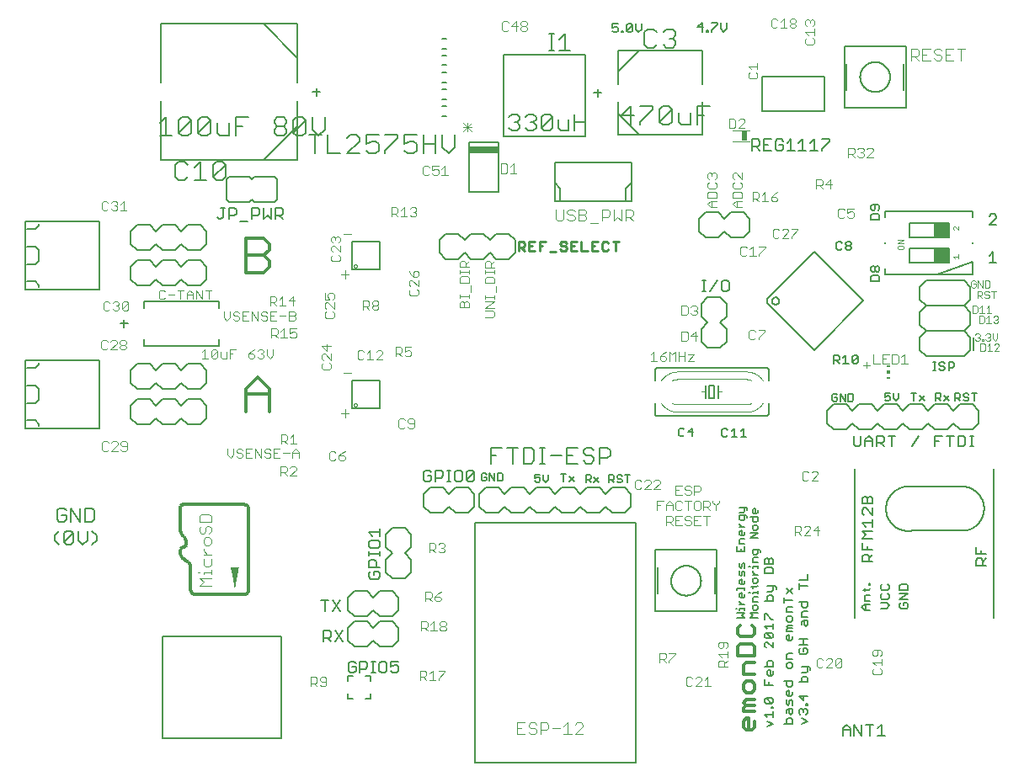
<source format=gto>
G75*
%MOIN*%
%OFA0B0*%
%FSLAX25Y25*%
%IPPOS*%
%LPD*%
%AMOC8*
5,1,8,0,0,1.08239X$1,22.5*
%
%ADD10C,0.00600*%
%ADD11C,0.01200*%
%ADD12C,0.00500*%
%ADD13C,0.00800*%
%ADD14C,0.00300*%
%ADD15C,0.00400*%
%ADD16C,0.00200*%
%ADD17R,0.25000X0.00200*%
%ADD18R,0.26000X0.00200*%
%ADD19R,0.26600X0.00200*%
%ADD20R,0.27000X0.00200*%
%ADD21R,0.27400X0.00200*%
%ADD22R,0.27600X0.00200*%
%ADD23R,0.01800X0.00200*%
%ADD24R,0.01600X0.00200*%
%ADD25R,0.01400X0.00200*%
%ADD26R,0.01200X0.00200*%
%ADD27R,0.02000X0.00200*%
%ADD28R,0.02400X0.00200*%
%ADD29R,0.02600X0.00200*%
%ADD30R,0.02200X0.00200*%
%ADD31R,0.03200X0.00200*%
%ADD32R,0.03000X0.00200*%
%ADD33R,0.02800X0.00200*%
%ADD34R,0.01000X0.00200*%
%ADD35R,0.00800X0.00200*%
%ADD36R,0.00600X0.00200*%
%ADD37R,0.00400X0.00200*%
%ADD38R,0.00200X0.00200*%
%ADD39R,0.23600X0.00200*%
%ADD40R,0.23200X0.00200*%
%ADD41R,0.23000X0.00200*%
%ADD42R,0.22600X0.00200*%
%ADD43R,0.22000X0.00200*%
%ADD44R,0.21200X0.00200*%
%ADD45R,0.01181X0.00591*%
%ADD46R,0.01181X0.01181*%
%ADD47R,0.05906X0.05906*%
%ADD48R,0.02362X0.04331*%
%ADD49C,0.00900*%
%ADD50C,0.00700*%
D10*
X0159627Y0084031D02*
X0161627Y0084031D01*
X0159627Y0084031D02*
X0159627Y0086031D01*
X0159627Y0091031D02*
X0159627Y0093031D01*
X0161627Y0093031D01*
X0166627Y0093031D02*
X0168627Y0093031D01*
X0168627Y0091031D01*
X0168627Y0086031D02*
X0168627Y0084031D01*
X0166627Y0084031D01*
X0214327Y0157531D02*
X0211827Y0160031D01*
X0211827Y0165031D01*
X0214327Y0167531D01*
X0219327Y0167531D01*
X0221827Y0165031D01*
X0224327Y0167531D01*
X0229327Y0167531D01*
X0231827Y0165031D01*
X0234327Y0167531D01*
X0239327Y0167531D01*
X0241827Y0165031D01*
X0244327Y0167531D01*
X0249327Y0167531D01*
X0251827Y0165031D01*
X0254327Y0167531D01*
X0259327Y0167531D01*
X0261827Y0165031D01*
X0264327Y0167531D01*
X0269327Y0167531D01*
X0271827Y0165031D01*
X0271827Y0160031D01*
X0269327Y0157531D01*
X0264327Y0157531D01*
X0261827Y0160031D01*
X0259327Y0157531D01*
X0254327Y0157531D01*
X0251827Y0160031D01*
X0249327Y0157531D01*
X0244327Y0157531D01*
X0241827Y0160031D01*
X0239327Y0157531D01*
X0234327Y0157531D01*
X0231827Y0160031D01*
X0229327Y0157531D01*
X0224327Y0157531D01*
X0221827Y0160031D01*
X0219327Y0157531D01*
X0214327Y0157531D01*
X0282327Y0196031D02*
X0325327Y0196031D01*
X0325387Y0196033D01*
X0325448Y0196038D01*
X0325507Y0196047D01*
X0325566Y0196060D01*
X0325625Y0196076D01*
X0325682Y0196096D01*
X0325737Y0196119D01*
X0325792Y0196146D01*
X0325844Y0196175D01*
X0325895Y0196208D01*
X0325944Y0196244D01*
X0325990Y0196282D01*
X0326034Y0196324D01*
X0326076Y0196368D01*
X0326114Y0196414D01*
X0326150Y0196463D01*
X0326183Y0196514D01*
X0326212Y0196566D01*
X0326239Y0196621D01*
X0326262Y0196676D01*
X0326282Y0196733D01*
X0326298Y0196792D01*
X0326311Y0196851D01*
X0326320Y0196910D01*
X0326325Y0196971D01*
X0326327Y0197031D01*
X0326327Y0201031D01*
X0326327Y0210031D02*
X0326327Y0214031D01*
X0326325Y0214091D01*
X0326320Y0214152D01*
X0326311Y0214211D01*
X0326298Y0214270D01*
X0326282Y0214329D01*
X0326262Y0214386D01*
X0326239Y0214441D01*
X0326212Y0214496D01*
X0326183Y0214548D01*
X0326150Y0214599D01*
X0326114Y0214648D01*
X0326076Y0214694D01*
X0326034Y0214738D01*
X0325990Y0214780D01*
X0325944Y0214818D01*
X0325895Y0214854D01*
X0325844Y0214887D01*
X0325792Y0214916D01*
X0325737Y0214943D01*
X0325682Y0214966D01*
X0325625Y0214986D01*
X0325566Y0215002D01*
X0325507Y0215015D01*
X0325448Y0215024D01*
X0325387Y0215029D01*
X0325327Y0215031D01*
X0282327Y0215031D01*
X0282267Y0215029D01*
X0282206Y0215024D01*
X0282147Y0215015D01*
X0282088Y0215002D01*
X0282029Y0214986D01*
X0281972Y0214966D01*
X0281917Y0214943D01*
X0281862Y0214916D01*
X0281810Y0214887D01*
X0281759Y0214854D01*
X0281710Y0214818D01*
X0281664Y0214780D01*
X0281620Y0214738D01*
X0281578Y0214694D01*
X0281540Y0214648D01*
X0281504Y0214599D01*
X0281471Y0214548D01*
X0281442Y0214496D01*
X0281415Y0214441D01*
X0281392Y0214386D01*
X0281372Y0214329D01*
X0281356Y0214270D01*
X0281343Y0214211D01*
X0281334Y0214152D01*
X0281329Y0214091D01*
X0281327Y0214031D01*
X0281327Y0210031D01*
X0281327Y0201031D02*
X0281327Y0197031D01*
X0281329Y0196971D01*
X0281334Y0196910D01*
X0281343Y0196851D01*
X0281356Y0196792D01*
X0281372Y0196733D01*
X0281392Y0196676D01*
X0281415Y0196621D01*
X0281442Y0196566D01*
X0281471Y0196514D01*
X0281504Y0196463D01*
X0281540Y0196414D01*
X0281578Y0196368D01*
X0281620Y0196324D01*
X0281664Y0196282D01*
X0281710Y0196244D01*
X0281759Y0196208D01*
X0281810Y0196175D01*
X0281862Y0196146D01*
X0281917Y0196119D01*
X0281972Y0196096D01*
X0282029Y0196076D01*
X0282088Y0196060D01*
X0282147Y0196047D01*
X0282206Y0196038D01*
X0282267Y0196033D01*
X0282327Y0196031D01*
X0301327Y0203031D02*
X0301327Y0205531D01*
X0301327Y0208031D01*
X0302827Y0208031D02*
X0302827Y0203031D01*
X0304827Y0203031D01*
X0304827Y0208031D01*
X0302827Y0208031D01*
X0306327Y0208031D02*
X0306327Y0205531D01*
X0306327Y0203031D01*
X0325800Y0240543D02*
X0344327Y0222016D01*
X0363842Y0241531D01*
X0344327Y0261046D01*
X0325800Y0242520D01*
X0325800Y0240543D01*
X0327639Y0241531D02*
X0327641Y0241606D01*
X0327647Y0241680D01*
X0327657Y0241754D01*
X0327670Y0241827D01*
X0327688Y0241900D01*
X0327709Y0241971D01*
X0327734Y0242042D01*
X0327763Y0242111D01*
X0327796Y0242178D01*
X0327832Y0242243D01*
X0327871Y0242307D01*
X0327913Y0242368D01*
X0327959Y0242427D01*
X0328008Y0242484D01*
X0328060Y0242537D01*
X0328114Y0242588D01*
X0328171Y0242637D01*
X0328231Y0242681D01*
X0328293Y0242723D01*
X0328357Y0242762D01*
X0328423Y0242797D01*
X0328490Y0242828D01*
X0328560Y0242856D01*
X0328630Y0242880D01*
X0328702Y0242901D01*
X0328775Y0242917D01*
X0328848Y0242930D01*
X0328923Y0242939D01*
X0328997Y0242944D01*
X0329072Y0242945D01*
X0329146Y0242942D01*
X0329221Y0242935D01*
X0329294Y0242924D01*
X0329368Y0242910D01*
X0329440Y0242891D01*
X0329511Y0242869D01*
X0329581Y0242843D01*
X0329650Y0242813D01*
X0329716Y0242780D01*
X0329781Y0242743D01*
X0329844Y0242703D01*
X0329905Y0242659D01*
X0329963Y0242613D01*
X0330019Y0242563D01*
X0330072Y0242511D01*
X0330123Y0242456D01*
X0330170Y0242398D01*
X0330214Y0242338D01*
X0330255Y0242275D01*
X0330293Y0242211D01*
X0330327Y0242145D01*
X0330358Y0242076D01*
X0330385Y0242007D01*
X0330408Y0241936D01*
X0330427Y0241864D01*
X0330443Y0241791D01*
X0330455Y0241717D01*
X0330463Y0241643D01*
X0330467Y0241568D01*
X0330467Y0241494D01*
X0330463Y0241419D01*
X0330455Y0241345D01*
X0330443Y0241271D01*
X0330427Y0241198D01*
X0330408Y0241126D01*
X0330385Y0241055D01*
X0330358Y0240986D01*
X0330327Y0240917D01*
X0330293Y0240851D01*
X0330255Y0240787D01*
X0330214Y0240724D01*
X0330170Y0240664D01*
X0330123Y0240606D01*
X0330072Y0240551D01*
X0330019Y0240499D01*
X0329963Y0240449D01*
X0329905Y0240403D01*
X0329844Y0240359D01*
X0329781Y0240319D01*
X0329716Y0240282D01*
X0329650Y0240249D01*
X0329581Y0240219D01*
X0329511Y0240193D01*
X0329440Y0240171D01*
X0329368Y0240152D01*
X0329294Y0240138D01*
X0329221Y0240127D01*
X0329146Y0240120D01*
X0329072Y0240117D01*
X0328997Y0240118D01*
X0328923Y0240123D01*
X0328848Y0240132D01*
X0328775Y0240145D01*
X0328702Y0240161D01*
X0328630Y0240182D01*
X0328560Y0240206D01*
X0328490Y0240234D01*
X0328423Y0240265D01*
X0328357Y0240300D01*
X0328293Y0240339D01*
X0328231Y0240381D01*
X0328171Y0240425D01*
X0328114Y0240474D01*
X0328060Y0240525D01*
X0328008Y0240578D01*
X0327959Y0240635D01*
X0327913Y0240694D01*
X0327871Y0240755D01*
X0327832Y0240819D01*
X0327796Y0240884D01*
X0327763Y0240951D01*
X0327734Y0241020D01*
X0327709Y0241091D01*
X0327688Y0241162D01*
X0327670Y0241235D01*
X0327657Y0241308D01*
X0327647Y0241382D01*
X0327641Y0241456D01*
X0327639Y0241531D01*
X0366788Y0249423D02*
X0366788Y0251125D01*
X0367355Y0251692D01*
X0369623Y0251692D01*
X0370191Y0251125D01*
X0370191Y0249423D01*
X0366788Y0249423D01*
X0367355Y0253107D02*
X0367922Y0253107D01*
X0368489Y0253674D01*
X0368489Y0254808D01*
X0369056Y0255375D01*
X0369623Y0255375D01*
X0370191Y0254808D01*
X0370191Y0253674D01*
X0369623Y0253107D01*
X0369056Y0253107D01*
X0368489Y0253674D01*
X0368489Y0254808D02*
X0367922Y0255375D01*
X0367355Y0255375D01*
X0366788Y0254808D01*
X0366788Y0253674D01*
X0367355Y0253107D01*
X0366791Y0273727D02*
X0366791Y0275429D01*
X0367358Y0275996D01*
X0369627Y0275996D01*
X0370194Y0275429D01*
X0370194Y0273727D01*
X0366791Y0273727D01*
X0367358Y0277411D02*
X0367925Y0277411D01*
X0368492Y0277978D01*
X0368492Y0279679D01*
X0367358Y0279679D02*
X0369627Y0279679D01*
X0370194Y0279112D01*
X0370194Y0277978D01*
X0369627Y0277411D01*
X0367358Y0277411D02*
X0366791Y0277978D01*
X0366791Y0279112D01*
X0367358Y0279679D01*
X0300027Y0307231D02*
X0300027Y0320431D01*
X0300027Y0327431D02*
X0300027Y0340631D01*
X0266627Y0340631D01*
X0266627Y0327431D01*
X0260127Y0323931D02*
X0257127Y0323931D01*
X0258627Y0325431D02*
X0258627Y0322431D01*
X0266627Y0320431D02*
X0266627Y0315531D01*
X0274927Y0307231D01*
X0266627Y0307231D02*
X0300027Y0307231D01*
X0323839Y0316716D02*
X0348437Y0316716D01*
X0348437Y0330338D01*
X0323839Y0330338D01*
X0323839Y0316716D01*
X0274927Y0340631D02*
X0266627Y0332331D01*
X0247794Y0340831D02*
X0243524Y0340831D01*
X0245659Y0340831D02*
X0245659Y0347237D01*
X0243524Y0345102D01*
X0241362Y0347237D02*
X0239227Y0347237D01*
X0240294Y0347237D02*
X0240294Y0340831D01*
X0239227Y0340831D02*
X0241362Y0340831D01*
X0264467Y0348421D02*
X0265034Y0347854D01*
X0266168Y0347854D01*
X0266736Y0348421D01*
X0266736Y0349556D01*
X0266168Y0350123D01*
X0265601Y0350123D01*
X0264467Y0349556D01*
X0264467Y0351257D01*
X0266736Y0351257D01*
X0268150Y0348421D02*
X0268717Y0348421D01*
X0268717Y0347854D01*
X0268150Y0347854D01*
X0268150Y0348421D01*
X0269992Y0348421D02*
X0272260Y0350690D01*
X0272260Y0348421D01*
X0271693Y0347854D01*
X0270559Y0347854D01*
X0269992Y0348421D01*
X0269992Y0350690D01*
X0270559Y0351257D01*
X0271693Y0351257D01*
X0272260Y0350690D01*
X0273675Y0351257D02*
X0273675Y0348988D01*
X0274809Y0347854D01*
X0275943Y0348988D01*
X0275943Y0351257D01*
X0298167Y0349856D02*
X0300436Y0349856D01*
X0299868Y0351557D02*
X0298167Y0349856D01*
X0299868Y0351557D02*
X0299868Y0348154D01*
X0301850Y0348154D02*
X0302417Y0348154D01*
X0302417Y0348721D01*
X0301850Y0348721D01*
X0301850Y0348154D01*
X0303692Y0348154D02*
X0303692Y0348721D01*
X0305960Y0350990D01*
X0305960Y0351557D01*
X0303692Y0351557D01*
X0307375Y0351557D02*
X0307375Y0349288D01*
X0308509Y0348154D01*
X0309643Y0349288D01*
X0309643Y0351557D01*
X0266627Y0315531D02*
X0266627Y0307231D01*
X0253579Y0309031D02*
X0253579Y0315437D01*
X0253579Y0312234D02*
X0249309Y0312234D01*
X0247134Y0313302D02*
X0247134Y0309031D01*
X0243931Y0309031D01*
X0242863Y0310099D01*
X0242863Y0313302D01*
X0240688Y0314369D02*
X0240688Y0310099D01*
X0239620Y0309031D01*
X0237485Y0309031D01*
X0236418Y0310099D01*
X0240688Y0314369D01*
X0239620Y0315437D01*
X0237485Y0315437D01*
X0236418Y0314369D01*
X0236418Y0310099D01*
X0234243Y0310099D02*
X0233175Y0309031D01*
X0231040Y0309031D01*
X0229972Y0310099D01*
X0227797Y0310099D02*
X0226730Y0309031D01*
X0224594Y0309031D01*
X0223527Y0310099D01*
X0225662Y0312234D02*
X0226730Y0312234D01*
X0227797Y0311166D01*
X0227797Y0310099D01*
X0226730Y0312234D02*
X0227797Y0313302D01*
X0227797Y0314369D01*
X0226730Y0315437D01*
X0224594Y0315437D01*
X0223527Y0314369D01*
X0229972Y0314369D02*
X0231040Y0315437D01*
X0233175Y0315437D01*
X0234243Y0314369D01*
X0234243Y0313302D01*
X0233175Y0312234D01*
X0234243Y0311166D01*
X0234243Y0310099D01*
X0233175Y0312234D02*
X0232107Y0312234D01*
X0249309Y0309031D02*
X0249309Y0315437D01*
X0198702Y0314690D02*
X0197102Y0314690D01*
X0197102Y0318690D02*
X0198702Y0318690D01*
X0198702Y0321490D02*
X0197102Y0321490D01*
X0197102Y0325290D02*
X0198702Y0325290D01*
X0198702Y0328090D02*
X0197102Y0328090D01*
X0197102Y0332090D02*
X0198702Y0332090D01*
X0198702Y0334890D02*
X0197102Y0334890D01*
X0197102Y0338690D02*
X0198702Y0338690D01*
X0198702Y0341490D02*
X0197102Y0341490D01*
X0197102Y0345490D02*
X0198702Y0345490D01*
X0148827Y0324331D02*
X0145827Y0324331D01*
X0147327Y0322831D02*
X0147327Y0325831D01*
X0139827Y0328031D02*
X0139827Y0337831D01*
X0126327Y0351331D01*
X0139827Y0351331D02*
X0085827Y0351331D01*
X0085827Y0328031D01*
X0085827Y0320631D02*
X0085827Y0297331D01*
X0139827Y0297331D01*
X0139827Y0320631D01*
X0139827Y0310831D02*
X0126327Y0297331D01*
X0122827Y0290531D02*
X0130827Y0290531D01*
X0131827Y0289531D01*
X0131827Y0281531D01*
X0130827Y0280531D01*
X0122827Y0280531D01*
X0121827Y0281531D01*
X0120827Y0280531D01*
X0112827Y0280531D01*
X0111827Y0281531D01*
X0111827Y0289531D01*
X0112827Y0290531D01*
X0120827Y0290531D01*
X0121827Y0289531D01*
X0122827Y0290531D01*
X0139827Y0337831D02*
X0139827Y0351331D01*
X0108627Y0241431D02*
X0079027Y0241431D01*
X0079027Y0238731D01*
X0071127Y0234031D02*
X0071127Y0231031D01*
X0072627Y0232531D02*
X0069627Y0232531D01*
X0079027Y0226331D02*
X0079027Y0223631D01*
X0108627Y0223631D01*
X0108627Y0226331D01*
X0108627Y0238731D02*
X0108627Y0241431D01*
X0324680Y0139059D02*
X0324680Y0137358D01*
X0328083Y0137358D01*
X0328083Y0139059D01*
X0327516Y0139627D01*
X0326948Y0139627D01*
X0326381Y0139059D01*
X0326381Y0137358D01*
X0326381Y0139059D02*
X0325814Y0139627D01*
X0325247Y0139627D01*
X0324680Y0139059D01*
X0325247Y0135943D02*
X0324680Y0135376D01*
X0324680Y0133675D01*
X0328083Y0133675D01*
X0328083Y0135376D01*
X0327516Y0135943D01*
X0325247Y0135943D01*
X0325814Y0128577D02*
X0328650Y0128577D01*
X0329217Y0128010D01*
X0329217Y0127443D01*
X0328083Y0126876D02*
X0328083Y0128577D01*
X0328083Y0126876D02*
X0327516Y0126309D01*
X0325814Y0126309D01*
X0326381Y0124894D02*
X0325814Y0124327D01*
X0325814Y0122625D01*
X0324680Y0122625D02*
X0328083Y0122625D01*
X0328083Y0124327D01*
X0327516Y0124894D01*
X0326381Y0124894D01*
X0332259Y0124149D02*
X0332259Y0121881D01*
X0332259Y0123015D02*
X0335661Y0123015D01*
X0335661Y0120466D02*
X0333960Y0120466D01*
X0333393Y0119899D01*
X0333393Y0118198D01*
X0335661Y0118198D01*
X0335094Y0116783D02*
X0333960Y0116783D01*
X0333393Y0116216D01*
X0333393Y0115082D01*
X0333960Y0114514D01*
X0335094Y0114514D01*
X0335661Y0115082D01*
X0335661Y0116216D01*
X0335094Y0116783D01*
X0335661Y0113100D02*
X0333960Y0113100D01*
X0333393Y0112533D01*
X0333960Y0111966D01*
X0335661Y0111966D01*
X0335661Y0110831D02*
X0333393Y0110831D01*
X0333393Y0111398D01*
X0333960Y0111966D01*
X0333960Y0109417D02*
X0334527Y0109417D01*
X0334527Y0107148D01*
X0333960Y0107148D02*
X0333393Y0107715D01*
X0333393Y0108850D01*
X0333960Y0109417D01*
X0335661Y0108850D02*
X0335661Y0107715D01*
X0335094Y0107148D01*
X0333960Y0107148D01*
X0338259Y0107575D02*
X0341661Y0107575D01*
X0339960Y0107575D02*
X0339960Y0105307D01*
X0339960Y0103892D02*
X0339960Y0102758D01*
X0339960Y0103892D02*
X0341094Y0103892D01*
X0341661Y0103325D01*
X0341661Y0102191D01*
X0341094Y0101623D01*
X0338826Y0101623D01*
X0338259Y0102191D01*
X0338259Y0103325D01*
X0338826Y0103892D01*
X0338259Y0105307D02*
X0341661Y0105307D01*
X0335661Y0102050D02*
X0333960Y0102050D01*
X0333393Y0101483D01*
X0333393Y0099782D01*
X0335661Y0099782D01*
X0335094Y0098367D02*
X0333960Y0098367D01*
X0333393Y0097800D01*
X0333393Y0096666D01*
X0333960Y0096099D01*
X0335094Y0096099D01*
X0335661Y0096666D01*
X0335661Y0097800D01*
X0335094Y0098367D01*
X0339393Y0096526D02*
X0342229Y0096526D01*
X0342796Y0095959D01*
X0342796Y0095391D01*
X0341661Y0094824D02*
X0341661Y0096526D01*
X0341661Y0094824D02*
X0341094Y0094257D01*
X0339393Y0094257D01*
X0339960Y0092843D02*
X0339393Y0092275D01*
X0339393Y0090574D01*
X0338259Y0090574D02*
X0341661Y0090574D01*
X0341661Y0092275D01*
X0341094Y0092843D01*
X0339960Y0092843D01*
X0335661Y0091001D02*
X0335661Y0089300D01*
X0335094Y0088732D01*
X0333960Y0088732D01*
X0333393Y0089300D01*
X0333393Y0091001D01*
X0332259Y0091001D02*
X0335661Y0091001D01*
X0334527Y0087318D02*
X0334527Y0085049D01*
X0333960Y0085049D02*
X0333393Y0085616D01*
X0333393Y0086751D01*
X0333960Y0087318D01*
X0334527Y0087318D01*
X0335661Y0086751D02*
X0335661Y0085616D01*
X0335094Y0085049D01*
X0333960Y0085049D01*
X0333393Y0083635D02*
X0333393Y0081933D01*
X0333960Y0081366D01*
X0334527Y0081933D01*
X0334527Y0083068D01*
X0335094Y0083635D01*
X0335661Y0083068D01*
X0335661Y0081366D01*
X0335661Y0079952D02*
X0335661Y0078250D01*
X0335094Y0077683D01*
X0334527Y0078250D01*
X0334527Y0079952D01*
X0333960Y0079952D02*
X0335661Y0079952D01*
X0333960Y0079952D02*
X0333393Y0079384D01*
X0333393Y0078250D01*
X0333960Y0076268D02*
X0333393Y0075701D01*
X0333393Y0074000D01*
X0332259Y0074000D02*
X0335661Y0074000D01*
X0335661Y0075701D01*
X0335094Y0076268D01*
X0333960Y0076268D01*
X0338259Y0078250D02*
X0338259Y0079384D01*
X0338826Y0079952D01*
X0339393Y0079952D01*
X0339960Y0079384D01*
X0340527Y0079952D01*
X0341094Y0079952D01*
X0341661Y0079384D01*
X0341661Y0078250D01*
X0341094Y0077683D01*
X0339960Y0078817D02*
X0339960Y0079384D01*
X0338826Y0077683D02*
X0338259Y0078250D01*
X0339393Y0076268D02*
X0341661Y0075134D01*
X0339393Y0074000D01*
X0341094Y0081366D02*
X0341094Y0081933D01*
X0341661Y0081933D01*
X0341661Y0081366D01*
X0341094Y0081366D01*
X0339960Y0083208D02*
X0339960Y0085476D01*
X0341661Y0084909D02*
X0338259Y0084909D01*
X0339960Y0083208D01*
X0328083Y0082678D02*
X0327516Y0082111D01*
X0325247Y0084379D01*
X0327516Y0084379D01*
X0328083Y0083812D01*
X0328083Y0082678D01*
X0327516Y0082111D02*
X0325247Y0082111D01*
X0324680Y0082678D01*
X0324680Y0083812D01*
X0325247Y0084379D01*
X0327516Y0080836D02*
X0328083Y0080836D01*
X0328083Y0080269D01*
X0327516Y0080269D01*
X0327516Y0080836D01*
X0328083Y0078855D02*
X0328083Y0076586D01*
X0328083Y0077720D02*
X0324680Y0077720D01*
X0325814Y0076586D01*
X0325814Y0075172D02*
X0328083Y0074037D01*
X0325814Y0072903D01*
X0326381Y0089477D02*
X0326381Y0090611D01*
X0324680Y0089477D02*
X0328083Y0089477D01*
X0324680Y0089477D02*
X0324680Y0091746D01*
X0326381Y0093160D02*
X0325814Y0093727D01*
X0325814Y0094862D01*
X0326381Y0095429D01*
X0326948Y0095429D01*
X0326948Y0093160D01*
X0326381Y0093160D02*
X0327516Y0093160D01*
X0328083Y0093727D01*
X0328083Y0094862D01*
X0328083Y0096843D02*
X0328083Y0098545D01*
X0327516Y0099112D01*
X0326381Y0099112D01*
X0325814Y0098545D01*
X0325814Y0096843D01*
X0324680Y0096843D02*
X0328083Y0096843D01*
X0328083Y0104210D02*
X0325814Y0106478D01*
X0325247Y0106478D01*
X0324680Y0105911D01*
X0324680Y0104777D01*
X0325247Y0104210D01*
X0328083Y0104210D02*
X0328083Y0106478D01*
X0327516Y0107893D02*
X0325247Y0110161D01*
X0327516Y0110161D01*
X0328083Y0109594D01*
X0328083Y0108460D01*
X0327516Y0107893D01*
X0325247Y0107893D01*
X0324680Y0108460D01*
X0324680Y0109594D01*
X0325247Y0110161D01*
X0325814Y0111576D02*
X0324680Y0112710D01*
X0328083Y0112710D01*
X0328083Y0111576D02*
X0328083Y0113845D01*
X0328083Y0115259D02*
X0327516Y0115259D01*
X0325247Y0117528D01*
X0324680Y0117528D01*
X0324680Y0115259D01*
X0338259Y0122308D02*
X0341661Y0122308D01*
X0341661Y0120606D01*
X0341094Y0120039D01*
X0339960Y0120039D01*
X0339393Y0120606D01*
X0339393Y0122308D01*
X0339960Y0118625D02*
X0341661Y0118625D01*
X0339960Y0118625D02*
X0339393Y0118057D01*
X0339393Y0116356D01*
X0341661Y0116356D01*
X0341661Y0114941D02*
X0341661Y0113240D01*
X0341094Y0112673D01*
X0340527Y0113240D01*
X0340527Y0114941D01*
X0339960Y0114941D02*
X0341661Y0114941D01*
X0339960Y0114941D02*
X0339393Y0114374D01*
X0339393Y0113240D01*
X0335661Y0125564D02*
X0333393Y0127832D01*
X0333393Y0125564D02*
X0335661Y0127832D01*
X0338259Y0127405D02*
X0338259Y0129674D01*
X0338259Y0128540D02*
X0341661Y0128540D01*
X0341661Y0131089D02*
X0341661Y0133357D01*
X0341661Y0131089D02*
X0338259Y0131089D01*
X0363691Y0127101D02*
X0365960Y0127101D01*
X0366527Y0127669D01*
X0366527Y0128990D02*
X0366527Y0129557D01*
X0365960Y0129557D01*
X0365960Y0128990D01*
X0366527Y0128990D01*
X0364258Y0127669D02*
X0364258Y0126534D01*
X0364825Y0125120D02*
X0366527Y0125120D01*
X0364825Y0125120D02*
X0364258Y0124553D01*
X0364258Y0122851D01*
X0366527Y0122851D01*
X0366527Y0121437D02*
X0364258Y0121437D01*
X0363124Y0120302D01*
X0364258Y0119168D01*
X0366527Y0119168D01*
X0364825Y0119168D02*
X0364825Y0121437D01*
X0370624Y0122050D02*
X0372892Y0122050D01*
X0374027Y0120916D01*
X0372892Y0119782D01*
X0370624Y0119782D01*
X0371191Y0123465D02*
X0373460Y0123465D01*
X0374027Y0124032D01*
X0374027Y0125166D01*
X0373460Y0125734D01*
X0373460Y0127148D02*
X0374027Y0127715D01*
X0374027Y0128850D01*
X0373460Y0129417D01*
X0373460Y0127148D02*
X0371191Y0127148D01*
X0370624Y0127715D01*
X0370624Y0128850D01*
X0371191Y0129417D01*
X0371191Y0125734D02*
X0370624Y0125166D01*
X0370624Y0124032D01*
X0371191Y0123465D01*
X0378124Y0123465D02*
X0381527Y0125734D01*
X0378124Y0125734D01*
X0378124Y0127148D02*
X0378124Y0128850D01*
X0378691Y0129417D01*
X0380960Y0129417D01*
X0381527Y0128850D01*
X0381527Y0127148D01*
X0378124Y0127148D01*
X0378124Y0123465D02*
X0381527Y0123465D01*
X0380960Y0122050D02*
X0379825Y0122050D01*
X0379825Y0120916D01*
X0378691Y0119782D02*
X0378124Y0120349D01*
X0378124Y0121483D01*
X0378691Y0122050D01*
X0378691Y0119782D02*
X0380960Y0119782D01*
X0381527Y0120349D01*
X0381527Y0121483D01*
X0380960Y0122050D01*
D11*
X0320782Y0111942D02*
X0319648Y0113076D01*
X0320782Y0111942D02*
X0320782Y0109673D01*
X0319648Y0108539D01*
X0315110Y0108539D01*
X0313976Y0109673D01*
X0313976Y0111942D01*
X0315110Y0113076D01*
X0315110Y0105710D02*
X0313976Y0104576D01*
X0313976Y0101173D01*
X0320782Y0101173D01*
X0320782Y0104576D01*
X0319648Y0105710D01*
X0315110Y0105710D01*
X0317379Y0098344D02*
X0320782Y0098344D01*
X0317379Y0098344D02*
X0316245Y0097209D01*
X0316245Y0093807D01*
X0320782Y0093807D01*
X0319648Y0090977D02*
X0317379Y0090977D01*
X0316245Y0089843D01*
X0316245Y0087575D01*
X0317379Y0086440D01*
X0319648Y0086440D01*
X0320782Y0087575D01*
X0320782Y0089843D01*
X0319648Y0090977D01*
X0320782Y0083611D02*
X0317379Y0083611D01*
X0316245Y0082477D01*
X0317379Y0081343D01*
X0320782Y0081343D01*
X0320782Y0079074D02*
X0316245Y0079074D01*
X0316245Y0080208D01*
X0317379Y0081343D01*
X0317379Y0076245D02*
X0318513Y0076245D01*
X0318513Y0071708D01*
X0317379Y0071708D02*
X0319648Y0071708D01*
X0320782Y0072842D01*
X0320782Y0075111D01*
X0317379Y0076245D02*
X0316245Y0075111D01*
X0316245Y0072842D01*
X0317379Y0071708D01*
X0128635Y0197631D02*
X0128635Y0206839D01*
X0124031Y0211443D01*
X0119427Y0206839D01*
X0119427Y0197631D01*
X0119427Y0204537D02*
X0128635Y0204537D01*
X0126333Y0252631D02*
X0119427Y0252631D01*
X0119427Y0266443D01*
X0126333Y0266443D01*
X0128635Y0264141D01*
X0128635Y0261839D01*
X0126333Y0259537D01*
X0119427Y0259537D01*
X0126333Y0259537D02*
X0128635Y0257235D01*
X0128635Y0254933D01*
X0126333Y0252631D01*
D12*
X0086257Y0108852D02*
X0086257Y0068341D01*
X0133367Y0068341D01*
X0133364Y0068339D02*
X0133364Y0108852D01*
X0086257Y0108852D01*
X0150169Y0108083D02*
X0152421Y0108083D01*
X0153171Y0108833D01*
X0153171Y0110335D01*
X0152421Y0111085D01*
X0150169Y0111085D01*
X0150169Y0106581D01*
X0151670Y0108083D02*
X0153171Y0106581D01*
X0154773Y0106581D02*
X0157775Y0111085D01*
X0154773Y0111085D02*
X0157775Y0106581D01*
X0160627Y0098785D02*
X0159877Y0098035D01*
X0159877Y0095032D01*
X0160627Y0094281D01*
X0162129Y0094281D01*
X0162879Y0095032D01*
X0162879Y0096533D01*
X0161378Y0096533D01*
X0162879Y0098035D02*
X0162129Y0098785D01*
X0160627Y0098785D01*
X0164481Y0098785D02*
X0166733Y0098785D01*
X0167483Y0098035D01*
X0167483Y0096533D01*
X0166733Y0095783D01*
X0164481Y0095783D01*
X0164481Y0094281D02*
X0164481Y0098785D01*
X0169085Y0098785D02*
X0170586Y0098785D01*
X0169835Y0098785D02*
X0169835Y0094281D01*
X0169085Y0094281D02*
X0170586Y0094281D01*
X0172154Y0095032D02*
X0172905Y0094281D01*
X0174406Y0094281D01*
X0175156Y0095032D01*
X0175156Y0098035D01*
X0174406Y0098785D01*
X0172905Y0098785D01*
X0172154Y0098035D01*
X0172154Y0095032D01*
X0176758Y0095032D02*
X0177508Y0094281D01*
X0179010Y0094281D01*
X0179760Y0095032D01*
X0179760Y0096533D01*
X0179010Y0097284D01*
X0178259Y0097284D01*
X0176758Y0096533D01*
X0176758Y0098785D01*
X0179760Y0098785D01*
X0156775Y0118581D02*
X0153773Y0123085D01*
X0152171Y0123085D02*
X0149169Y0123085D01*
X0150670Y0123085D02*
X0150670Y0118581D01*
X0153773Y0118581D02*
X0156775Y0123085D01*
X0167873Y0132232D02*
X0168624Y0131481D01*
X0171626Y0131481D01*
X0172377Y0132232D01*
X0172377Y0133733D01*
X0171626Y0134484D01*
X0170125Y0134484D01*
X0170125Y0132983D01*
X0168624Y0134484D02*
X0167873Y0133733D01*
X0167873Y0132232D01*
X0167873Y0136085D02*
X0167873Y0138337D01*
X0168624Y0139088D01*
X0170125Y0139088D01*
X0170875Y0138337D01*
X0170875Y0136085D01*
X0172377Y0136085D02*
X0167873Y0136085D01*
X0167873Y0140689D02*
X0167873Y0142190D01*
X0167873Y0141440D02*
X0172377Y0141440D01*
X0172377Y0142190D02*
X0172377Y0140689D01*
X0171626Y0143758D02*
X0168624Y0143758D01*
X0167873Y0144509D01*
X0167873Y0146010D01*
X0168624Y0146761D01*
X0171626Y0146761D01*
X0172377Y0146010D01*
X0172377Y0144509D01*
X0171626Y0143758D01*
X0172377Y0148362D02*
X0172377Y0151365D01*
X0172377Y0149864D02*
X0167873Y0149864D01*
X0169374Y0148362D01*
X0190527Y0169981D02*
X0192029Y0169981D01*
X0192779Y0170732D01*
X0192779Y0172233D01*
X0191278Y0172233D01*
X0189777Y0170732D02*
X0190527Y0169981D01*
X0189777Y0170732D02*
X0189777Y0173735D01*
X0190527Y0174485D01*
X0192029Y0174485D01*
X0192779Y0173735D01*
X0194381Y0174485D02*
X0196633Y0174485D01*
X0197383Y0173735D01*
X0197383Y0172233D01*
X0196633Y0171483D01*
X0194381Y0171483D01*
X0194381Y0169981D02*
X0194381Y0174485D01*
X0198985Y0174485D02*
X0200486Y0174485D01*
X0199735Y0174485D02*
X0199735Y0169981D01*
X0198985Y0169981D02*
X0200486Y0169981D01*
X0202054Y0170732D02*
X0202805Y0169981D01*
X0204306Y0169981D01*
X0205056Y0170732D01*
X0205056Y0173735D01*
X0204306Y0174485D01*
X0202805Y0174485D01*
X0202054Y0173735D01*
X0202054Y0170732D01*
X0206658Y0170732D02*
X0209660Y0173735D01*
X0209660Y0170732D01*
X0208910Y0169981D01*
X0207408Y0169981D01*
X0206658Y0170732D01*
X0206658Y0173735D01*
X0207408Y0174485D01*
X0208910Y0174485D01*
X0209660Y0173735D01*
X0212590Y0172705D02*
X0212590Y0170704D01*
X0213091Y0170203D01*
X0214092Y0170203D01*
X0214592Y0170704D01*
X0214592Y0171705D01*
X0213591Y0171705D01*
X0212590Y0172705D02*
X0213091Y0173206D01*
X0214092Y0173206D01*
X0214592Y0172705D01*
X0215813Y0173206D02*
X0217815Y0170203D01*
X0217815Y0173206D01*
X0219036Y0173206D02*
X0220537Y0173206D01*
X0221038Y0172705D01*
X0221038Y0170704D01*
X0220537Y0170203D01*
X0219036Y0170203D01*
X0219036Y0173206D01*
X0215813Y0173206D02*
X0215813Y0170203D01*
X0233856Y0170304D02*
X0234356Y0169803D01*
X0235357Y0169803D01*
X0235857Y0170304D01*
X0235857Y0171305D01*
X0235357Y0171805D01*
X0234857Y0171805D01*
X0233856Y0171305D01*
X0233856Y0172806D01*
X0235857Y0172806D01*
X0237078Y0172806D02*
X0237078Y0170804D01*
X0238079Y0169803D01*
X0239080Y0170804D01*
X0239080Y0172806D01*
X0244013Y0173106D02*
X0246015Y0173106D01*
X0245014Y0173106D02*
X0245014Y0170103D01*
X0247236Y0170103D02*
X0249238Y0172105D01*
X0247236Y0172105D02*
X0249238Y0170103D01*
X0253913Y0169703D02*
X0253913Y0172706D01*
X0255414Y0172706D01*
X0255915Y0172205D01*
X0255915Y0171205D01*
X0255414Y0170704D01*
X0253913Y0170704D01*
X0254914Y0170704D02*
X0255915Y0169703D01*
X0257136Y0169703D02*
X0259138Y0171705D01*
X0257136Y0171705D02*
X0259138Y0169703D01*
X0263027Y0169659D02*
X0263027Y0172662D01*
X0264528Y0172662D01*
X0265028Y0172161D01*
X0265028Y0171161D01*
X0264528Y0170660D01*
X0263027Y0170660D01*
X0264027Y0170660D02*
X0265028Y0169659D01*
X0266249Y0170160D02*
X0266750Y0169659D01*
X0267751Y0169659D01*
X0268251Y0170160D01*
X0268251Y0170660D01*
X0267751Y0171161D01*
X0266750Y0171161D01*
X0266249Y0171661D01*
X0266249Y0172161D01*
X0266750Y0172662D01*
X0267751Y0172662D01*
X0268251Y0172161D01*
X0269472Y0172662D02*
X0271474Y0172662D01*
X0270473Y0172662D02*
X0270473Y0169659D01*
X0273827Y0153531D02*
X0273827Y0058649D01*
X0210047Y0058649D01*
X0210047Y0153531D01*
X0273827Y0153531D01*
X0281417Y0142941D02*
X0281417Y0118531D01*
X0305827Y0118531D01*
X0305827Y0142941D01*
X0281417Y0142941D01*
X0282205Y0135854D02*
X0282205Y0125618D01*
X0287716Y0130736D02*
X0287718Y0130889D01*
X0287724Y0131043D01*
X0287734Y0131196D01*
X0287748Y0131348D01*
X0287766Y0131501D01*
X0287788Y0131652D01*
X0287813Y0131803D01*
X0287843Y0131954D01*
X0287877Y0132104D01*
X0287914Y0132252D01*
X0287955Y0132400D01*
X0288000Y0132546D01*
X0288049Y0132692D01*
X0288102Y0132836D01*
X0288158Y0132978D01*
X0288218Y0133119D01*
X0288282Y0133259D01*
X0288349Y0133397D01*
X0288420Y0133533D01*
X0288495Y0133667D01*
X0288572Y0133799D01*
X0288654Y0133929D01*
X0288738Y0134057D01*
X0288826Y0134183D01*
X0288917Y0134306D01*
X0289011Y0134427D01*
X0289109Y0134545D01*
X0289209Y0134661D01*
X0289313Y0134774D01*
X0289419Y0134885D01*
X0289528Y0134993D01*
X0289640Y0135098D01*
X0289754Y0135199D01*
X0289872Y0135298D01*
X0289991Y0135394D01*
X0290113Y0135487D01*
X0290238Y0135576D01*
X0290365Y0135663D01*
X0290494Y0135745D01*
X0290625Y0135825D01*
X0290758Y0135901D01*
X0290893Y0135974D01*
X0291030Y0136043D01*
X0291169Y0136108D01*
X0291309Y0136170D01*
X0291451Y0136228D01*
X0291594Y0136283D01*
X0291739Y0136334D01*
X0291885Y0136381D01*
X0292032Y0136424D01*
X0292180Y0136463D01*
X0292329Y0136499D01*
X0292479Y0136530D01*
X0292630Y0136558D01*
X0292781Y0136582D01*
X0292934Y0136602D01*
X0293086Y0136618D01*
X0293239Y0136630D01*
X0293392Y0136638D01*
X0293545Y0136642D01*
X0293699Y0136642D01*
X0293852Y0136638D01*
X0294005Y0136630D01*
X0294158Y0136618D01*
X0294310Y0136602D01*
X0294463Y0136582D01*
X0294614Y0136558D01*
X0294765Y0136530D01*
X0294915Y0136499D01*
X0295064Y0136463D01*
X0295212Y0136424D01*
X0295359Y0136381D01*
X0295505Y0136334D01*
X0295650Y0136283D01*
X0295793Y0136228D01*
X0295935Y0136170D01*
X0296075Y0136108D01*
X0296214Y0136043D01*
X0296351Y0135974D01*
X0296486Y0135901D01*
X0296619Y0135825D01*
X0296750Y0135745D01*
X0296879Y0135663D01*
X0297006Y0135576D01*
X0297131Y0135487D01*
X0297253Y0135394D01*
X0297372Y0135298D01*
X0297490Y0135199D01*
X0297604Y0135098D01*
X0297716Y0134993D01*
X0297825Y0134885D01*
X0297931Y0134774D01*
X0298035Y0134661D01*
X0298135Y0134545D01*
X0298233Y0134427D01*
X0298327Y0134306D01*
X0298418Y0134183D01*
X0298506Y0134057D01*
X0298590Y0133929D01*
X0298672Y0133799D01*
X0298749Y0133667D01*
X0298824Y0133533D01*
X0298895Y0133397D01*
X0298962Y0133259D01*
X0299026Y0133119D01*
X0299086Y0132978D01*
X0299142Y0132836D01*
X0299195Y0132692D01*
X0299244Y0132546D01*
X0299289Y0132400D01*
X0299330Y0132252D01*
X0299367Y0132104D01*
X0299401Y0131954D01*
X0299431Y0131803D01*
X0299456Y0131652D01*
X0299478Y0131501D01*
X0299496Y0131348D01*
X0299510Y0131196D01*
X0299520Y0131043D01*
X0299526Y0130889D01*
X0299528Y0130736D01*
X0299526Y0130583D01*
X0299520Y0130429D01*
X0299510Y0130276D01*
X0299496Y0130124D01*
X0299478Y0129971D01*
X0299456Y0129820D01*
X0299431Y0129669D01*
X0299401Y0129518D01*
X0299367Y0129368D01*
X0299330Y0129220D01*
X0299289Y0129072D01*
X0299244Y0128926D01*
X0299195Y0128780D01*
X0299142Y0128636D01*
X0299086Y0128494D01*
X0299026Y0128353D01*
X0298962Y0128213D01*
X0298895Y0128075D01*
X0298824Y0127939D01*
X0298749Y0127805D01*
X0298672Y0127673D01*
X0298590Y0127543D01*
X0298506Y0127415D01*
X0298418Y0127289D01*
X0298327Y0127166D01*
X0298233Y0127045D01*
X0298135Y0126927D01*
X0298035Y0126811D01*
X0297931Y0126698D01*
X0297825Y0126587D01*
X0297716Y0126479D01*
X0297604Y0126374D01*
X0297490Y0126273D01*
X0297372Y0126174D01*
X0297253Y0126078D01*
X0297131Y0125985D01*
X0297006Y0125896D01*
X0296879Y0125809D01*
X0296750Y0125727D01*
X0296619Y0125647D01*
X0296486Y0125571D01*
X0296351Y0125498D01*
X0296214Y0125429D01*
X0296075Y0125364D01*
X0295935Y0125302D01*
X0295793Y0125244D01*
X0295650Y0125189D01*
X0295505Y0125138D01*
X0295359Y0125091D01*
X0295212Y0125048D01*
X0295064Y0125009D01*
X0294915Y0124973D01*
X0294765Y0124942D01*
X0294614Y0124914D01*
X0294463Y0124890D01*
X0294310Y0124870D01*
X0294158Y0124854D01*
X0294005Y0124842D01*
X0293852Y0124834D01*
X0293699Y0124830D01*
X0293545Y0124830D01*
X0293392Y0124834D01*
X0293239Y0124842D01*
X0293086Y0124854D01*
X0292934Y0124870D01*
X0292781Y0124890D01*
X0292630Y0124914D01*
X0292479Y0124942D01*
X0292329Y0124973D01*
X0292180Y0125009D01*
X0292032Y0125048D01*
X0291885Y0125091D01*
X0291739Y0125138D01*
X0291594Y0125189D01*
X0291451Y0125244D01*
X0291309Y0125302D01*
X0291169Y0125364D01*
X0291030Y0125429D01*
X0290893Y0125498D01*
X0290758Y0125571D01*
X0290625Y0125647D01*
X0290494Y0125727D01*
X0290365Y0125809D01*
X0290238Y0125896D01*
X0290113Y0125985D01*
X0289991Y0126078D01*
X0289872Y0126174D01*
X0289754Y0126273D01*
X0289640Y0126374D01*
X0289528Y0126479D01*
X0289419Y0126587D01*
X0289313Y0126698D01*
X0289209Y0126811D01*
X0289109Y0126927D01*
X0289011Y0127045D01*
X0288917Y0127166D01*
X0288826Y0127289D01*
X0288738Y0127415D01*
X0288654Y0127543D01*
X0288572Y0127673D01*
X0288495Y0127805D01*
X0288420Y0127939D01*
X0288349Y0128075D01*
X0288282Y0128213D01*
X0288218Y0128353D01*
X0288158Y0128494D01*
X0288102Y0128636D01*
X0288049Y0128780D01*
X0288000Y0128926D01*
X0287955Y0129072D01*
X0287914Y0129220D01*
X0287877Y0129368D01*
X0287843Y0129518D01*
X0287813Y0129669D01*
X0287788Y0129820D01*
X0287766Y0129971D01*
X0287748Y0130124D01*
X0287734Y0130276D01*
X0287724Y0130429D01*
X0287718Y0130583D01*
X0287716Y0130736D01*
X0305039Y0125618D02*
X0305039Y0135854D01*
X0314716Y0136257D02*
X0314716Y0137758D01*
X0315716Y0137258D02*
X0315716Y0136257D01*
X0315216Y0135757D01*
X0314716Y0136257D01*
X0315716Y0137258D02*
X0316217Y0137758D01*
X0316717Y0137258D01*
X0316717Y0135757D01*
X0316217Y0134535D02*
X0315716Y0134035D01*
X0315716Y0133034D01*
X0315216Y0132534D01*
X0314716Y0133034D01*
X0314716Y0134535D01*
X0316217Y0134535D02*
X0316717Y0134035D01*
X0316717Y0132534D01*
X0315716Y0131313D02*
X0315716Y0129311D01*
X0315216Y0129311D02*
X0314716Y0129811D01*
X0314716Y0130812D01*
X0315216Y0131313D01*
X0315716Y0131313D01*
X0316717Y0130812D02*
X0316717Y0129811D01*
X0316217Y0129311D01*
X0315216Y0129311D01*
X0316717Y0128163D02*
X0316717Y0127163D01*
X0316717Y0127663D02*
X0313715Y0127663D01*
X0313715Y0127163D01*
X0315216Y0125941D02*
X0315716Y0125941D01*
X0315716Y0123940D01*
X0315216Y0123940D02*
X0314716Y0124440D01*
X0314716Y0125441D01*
X0315216Y0125941D01*
X0316717Y0125441D02*
X0316717Y0124440D01*
X0316217Y0123940D01*
X0315216Y0123940D01*
X0314716Y0122755D02*
X0314716Y0122255D01*
X0315716Y0121254D01*
X0314716Y0121254D02*
X0316717Y0121254D01*
X0316717Y0120106D02*
X0316717Y0119106D01*
X0316717Y0119606D02*
X0314716Y0119606D01*
X0314716Y0119106D01*
X0313715Y0119606D02*
X0313214Y0119606D01*
X0313715Y0117885D02*
X0316717Y0117885D01*
X0315716Y0116884D01*
X0316717Y0115883D01*
X0313715Y0115883D01*
X0318965Y0115883D02*
X0319966Y0116884D01*
X0318965Y0117885D01*
X0321967Y0117885D01*
X0321467Y0119106D02*
X0321967Y0119606D01*
X0321967Y0120607D01*
X0321467Y0121107D01*
X0320466Y0121107D01*
X0319966Y0120607D01*
X0319966Y0119606D01*
X0320466Y0119106D01*
X0321467Y0119106D01*
X0321967Y0122328D02*
X0319966Y0122328D01*
X0319966Y0123830D01*
X0320466Y0124330D01*
X0321967Y0124330D01*
X0321967Y0125551D02*
X0321967Y0126552D01*
X0321967Y0126052D02*
X0319966Y0126052D01*
X0319966Y0125551D01*
X0318965Y0126052D02*
X0318464Y0126052D01*
X0319966Y0127700D02*
X0319966Y0128700D01*
X0319465Y0128200D02*
X0321467Y0128200D01*
X0321967Y0128700D01*
X0321467Y0129848D02*
X0321967Y0130349D01*
X0321967Y0131349D01*
X0321467Y0131850D01*
X0320466Y0131850D01*
X0319966Y0131349D01*
X0319966Y0130349D01*
X0320466Y0129848D01*
X0321467Y0129848D01*
X0321967Y0133071D02*
X0319966Y0133071D01*
X0320966Y0133071D02*
X0319966Y0134072D01*
X0319966Y0134572D01*
X0319966Y0135757D02*
X0319966Y0136257D01*
X0321967Y0136257D01*
X0321967Y0135757D02*
X0321967Y0136757D01*
X0321967Y0137905D02*
X0319966Y0137905D01*
X0319966Y0139406D01*
X0320466Y0139907D01*
X0321967Y0139907D01*
X0321467Y0141128D02*
X0321967Y0141628D01*
X0321967Y0143129D01*
X0322468Y0143129D02*
X0319966Y0143129D01*
X0319966Y0141628D01*
X0320466Y0141128D01*
X0321467Y0141128D01*
X0322968Y0142129D02*
X0322968Y0142629D01*
X0322468Y0143129D01*
X0321967Y0147573D02*
X0318965Y0147573D01*
X0321967Y0149575D01*
X0318965Y0149575D01*
X0320466Y0150796D02*
X0321467Y0150796D01*
X0321967Y0151296D01*
X0321967Y0152297D01*
X0321467Y0152798D01*
X0320466Y0152798D01*
X0319966Y0152297D01*
X0319966Y0151296D01*
X0320466Y0150796D01*
X0320466Y0154019D02*
X0319966Y0154519D01*
X0319966Y0156020D01*
X0318965Y0156020D02*
X0321967Y0156020D01*
X0321967Y0154519D01*
X0321467Y0154019D01*
X0320466Y0154019D01*
X0317718Y0155557D02*
X0317718Y0156057D01*
X0317218Y0156558D01*
X0314716Y0156558D01*
X0314716Y0155056D01*
X0315216Y0154556D01*
X0316217Y0154556D01*
X0316717Y0155056D01*
X0316717Y0156558D01*
X0316217Y0157779D02*
X0316717Y0158279D01*
X0316717Y0159780D01*
X0317218Y0159780D02*
X0317718Y0159280D01*
X0317718Y0158779D01*
X0317218Y0159780D02*
X0314716Y0159780D01*
X0314716Y0157779D02*
X0316217Y0157779D01*
X0319966Y0157742D02*
X0319966Y0158743D01*
X0320466Y0159243D01*
X0320966Y0159243D01*
X0320966Y0157241D01*
X0320466Y0157241D02*
X0319966Y0157742D01*
X0320466Y0157241D02*
X0321467Y0157241D01*
X0321967Y0157742D01*
X0321967Y0158743D01*
X0314716Y0153372D02*
X0314716Y0152871D01*
X0315716Y0151870D01*
X0314716Y0151870D02*
X0316717Y0151870D01*
X0315716Y0150649D02*
X0315716Y0148648D01*
X0315216Y0148648D02*
X0314716Y0149148D01*
X0314716Y0150149D01*
X0315216Y0150649D01*
X0315716Y0150649D01*
X0316717Y0150149D02*
X0316717Y0149148D01*
X0316217Y0148648D01*
X0315216Y0148648D01*
X0315216Y0147426D02*
X0316717Y0147426D01*
X0315216Y0147426D02*
X0314716Y0146926D01*
X0314716Y0145425D01*
X0316717Y0145425D01*
X0316717Y0144204D02*
X0316717Y0142202D01*
X0313715Y0142202D01*
X0313715Y0144204D01*
X0315216Y0143203D02*
X0315216Y0142202D01*
X0318464Y0136257D02*
X0318965Y0136257D01*
X0318965Y0115883D02*
X0321967Y0115883D01*
X0360268Y0116004D02*
X0360268Y0175059D01*
X0382827Y0168031D02*
X0402827Y0168031D01*
X0415386Y0175059D02*
X0415386Y0116004D01*
X0402827Y0150531D02*
X0382827Y0150531D01*
X0382613Y0150503D01*
X0382398Y0150480D01*
X0382182Y0150463D01*
X0381966Y0150451D01*
X0381750Y0150444D01*
X0381534Y0150442D01*
X0381317Y0150446D01*
X0381101Y0150455D01*
X0380886Y0150469D01*
X0380670Y0150489D01*
X0380455Y0150513D01*
X0380241Y0150544D01*
X0380028Y0150579D01*
X0379815Y0150619D01*
X0379604Y0150665D01*
X0379394Y0150716D01*
X0379185Y0150772D01*
X0378977Y0150833D01*
X0378772Y0150899D01*
X0378567Y0150970D01*
X0378365Y0151046D01*
X0378164Y0151127D01*
X0377966Y0151213D01*
X0377770Y0151304D01*
X0377576Y0151400D01*
X0377384Y0151500D01*
X0377195Y0151605D01*
X0377008Y0151714D01*
X0376825Y0151828D01*
X0376644Y0151947D01*
X0376466Y0152070D01*
X0376291Y0152197D01*
X0376119Y0152328D01*
X0375951Y0152464D01*
X0375786Y0152604D01*
X0375624Y0152747D01*
X0375466Y0152895D01*
X0375312Y0153046D01*
X0375161Y0153201D01*
X0375014Y0153360D01*
X0374871Y0153522D01*
X0374732Y0153688D01*
X0374598Y0153857D01*
X0374467Y0154030D01*
X0374341Y0154205D01*
X0374219Y0154384D01*
X0374101Y0154565D01*
X0373988Y0154750D01*
X0373879Y0154937D01*
X0373775Y0155126D01*
X0373676Y0155318D01*
X0373581Y0155513D01*
X0373492Y0155710D01*
X0373407Y0155908D01*
X0373327Y0156109D01*
X0373252Y0156312D01*
X0373181Y0156517D01*
X0373116Y0156723D01*
X0373056Y0156931D01*
X0373001Y0157140D01*
X0372951Y0157350D01*
X0372907Y0157562D01*
X0372867Y0157775D01*
X0372833Y0157988D01*
X0372804Y0158202D01*
X0372780Y0158417D01*
X0372762Y0158633D01*
X0372749Y0158849D01*
X0372741Y0159065D01*
X0372738Y0159281D01*
X0372741Y0159497D01*
X0372749Y0159713D01*
X0372762Y0159929D01*
X0372780Y0160145D01*
X0372804Y0160360D01*
X0372833Y0160574D01*
X0372867Y0160787D01*
X0372907Y0161000D01*
X0372951Y0161212D01*
X0373001Y0161422D01*
X0373056Y0161631D01*
X0373116Y0161839D01*
X0373181Y0162045D01*
X0373252Y0162250D01*
X0373327Y0162453D01*
X0373407Y0162654D01*
X0373492Y0162852D01*
X0373581Y0163049D01*
X0373676Y0163244D01*
X0373775Y0163436D01*
X0373879Y0163625D01*
X0373988Y0163812D01*
X0374101Y0163997D01*
X0374219Y0164178D01*
X0374341Y0164357D01*
X0374467Y0164532D01*
X0374598Y0164705D01*
X0374732Y0164874D01*
X0374871Y0165040D01*
X0375014Y0165202D01*
X0375161Y0165361D01*
X0375312Y0165516D01*
X0375466Y0165667D01*
X0375624Y0165815D01*
X0375786Y0165958D01*
X0375951Y0166098D01*
X0376119Y0166234D01*
X0376291Y0166365D01*
X0376466Y0166492D01*
X0376644Y0166615D01*
X0376825Y0166734D01*
X0377008Y0166848D01*
X0377195Y0166957D01*
X0377384Y0167062D01*
X0377576Y0167162D01*
X0377770Y0167258D01*
X0377966Y0167349D01*
X0378164Y0167435D01*
X0378365Y0167516D01*
X0378567Y0167592D01*
X0378772Y0167663D01*
X0378977Y0167729D01*
X0379185Y0167790D01*
X0379394Y0167846D01*
X0379604Y0167897D01*
X0379815Y0167943D01*
X0380028Y0167983D01*
X0380241Y0168018D01*
X0380455Y0168049D01*
X0380670Y0168073D01*
X0380886Y0168093D01*
X0381101Y0168107D01*
X0381317Y0168116D01*
X0381534Y0168120D01*
X0381750Y0168118D01*
X0381966Y0168111D01*
X0382182Y0168099D01*
X0382398Y0168082D01*
X0382613Y0168059D01*
X0382827Y0168031D01*
X0402827Y0168031D02*
X0403040Y0168028D01*
X0403253Y0168021D01*
X0403466Y0168008D01*
X0403678Y0167990D01*
X0403890Y0167966D01*
X0404101Y0167938D01*
X0404311Y0167904D01*
X0404521Y0167865D01*
X0404730Y0167822D01*
X0404937Y0167773D01*
X0405143Y0167719D01*
X0405348Y0167660D01*
X0405551Y0167596D01*
X0405753Y0167527D01*
X0405953Y0167454D01*
X0406151Y0167375D01*
X0406347Y0167292D01*
X0406541Y0167204D01*
X0406733Y0167111D01*
X0406922Y0167013D01*
X0407109Y0166911D01*
X0407294Y0166805D01*
X0407476Y0166694D01*
X0407655Y0166578D01*
X0407831Y0166459D01*
X0408005Y0166335D01*
X0408175Y0166207D01*
X0408342Y0166074D01*
X0408506Y0165938D01*
X0408666Y0165798D01*
X0408823Y0165654D01*
X0408976Y0165506D01*
X0409126Y0165354D01*
X0409272Y0165199D01*
X0409414Y0165040D01*
X0409553Y0164878D01*
X0409687Y0164713D01*
X0409817Y0164544D01*
X0409943Y0164372D01*
X0410065Y0164197D01*
X0410183Y0164020D01*
X0410296Y0163839D01*
X0410405Y0163656D01*
X0410509Y0163470D01*
X0410609Y0163282D01*
X0410704Y0163091D01*
X0410794Y0162898D01*
X0410880Y0162703D01*
X0410961Y0162506D01*
X0411037Y0162307D01*
X0411108Y0162106D01*
X0411175Y0161904D01*
X0411236Y0161700D01*
X0411292Y0161494D01*
X0411344Y0161287D01*
X0411390Y0161079D01*
X0411431Y0160870D01*
X0411468Y0160660D01*
X0411499Y0160450D01*
X0411525Y0160238D01*
X0411545Y0160026D01*
X0411561Y0159813D01*
X0411571Y0159601D01*
X0411576Y0159388D01*
X0411576Y0159174D01*
X0411571Y0158961D01*
X0411561Y0158749D01*
X0411545Y0158536D01*
X0411525Y0158324D01*
X0411499Y0158112D01*
X0411468Y0157902D01*
X0411431Y0157692D01*
X0411390Y0157483D01*
X0411344Y0157275D01*
X0411292Y0157068D01*
X0411236Y0156862D01*
X0411175Y0156658D01*
X0411108Y0156456D01*
X0411037Y0156255D01*
X0410961Y0156056D01*
X0410880Y0155859D01*
X0410794Y0155664D01*
X0410704Y0155471D01*
X0410609Y0155280D01*
X0410509Y0155092D01*
X0410405Y0154906D01*
X0410296Y0154723D01*
X0410183Y0154542D01*
X0410065Y0154365D01*
X0409943Y0154190D01*
X0409817Y0154018D01*
X0409687Y0153849D01*
X0409553Y0153684D01*
X0409414Y0153522D01*
X0409272Y0153363D01*
X0409126Y0153208D01*
X0408976Y0153056D01*
X0408823Y0152908D01*
X0408666Y0152764D01*
X0408506Y0152624D01*
X0408342Y0152488D01*
X0408175Y0152355D01*
X0408005Y0152227D01*
X0407831Y0152103D01*
X0407655Y0151984D01*
X0407476Y0151868D01*
X0407294Y0151757D01*
X0407109Y0151651D01*
X0406922Y0151549D01*
X0406733Y0151451D01*
X0406541Y0151358D01*
X0406347Y0151270D01*
X0406151Y0151187D01*
X0405953Y0151108D01*
X0405753Y0151035D01*
X0405551Y0150966D01*
X0405348Y0150902D01*
X0405143Y0150843D01*
X0404937Y0150789D01*
X0404730Y0150740D01*
X0404521Y0150697D01*
X0404311Y0150658D01*
X0404101Y0150624D01*
X0403890Y0150596D01*
X0403678Y0150572D01*
X0403466Y0150554D01*
X0403253Y0150541D01*
X0403040Y0150534D01*
X0402827Y0150531D01*
X0402160Y0202003D02*
X0401160Y0203004D01*
X0401660Y0203004D02*
X0400159Y0203004D01*
X0400159Y0202003D02*
X0400159Y0205006D01*
X0401660Y0205006D01*
X0402160Y0204505D01*
X0402160Y0203505D01*
X0401660Y0203004D01*
X0403381Y0202504D02*
X0403882Y0202003D01*
X0404883Y0202003D01*
X0405383Y0202504D01*
X0405383Y0203004D01*
X0404883Y0203505D01*
X0403882Y0203505D01*
X0403381Y0204005D01*
X0403381Y0204505D01*
X0403882Y0205006D01*
X0404883Y0205006D01*
X0405383Y0204505D01*
X0406604Y0205006D02*
X0408606Y0205006D01*
X0407605Y0205006D02*
X0407605Y0202003D01*
X0397619Y0202059D02*
X0395618Y0204061D01*
X0394397Y0204561D02*
X0394397Y0203561D01*
X0393896Y0203060D01*
X0392395Y0203060D01*
X0393396Y0203060D02*
X0394397Y0202059D01*
X0395618Y0202059D02*
X0397619Y0204061D01*
X0394397Y0204561D02*
X0393896Y0205062D01*
X0392395Y0205062D01*
X0392395Y0202059D01*
X0388019Y0201859D02*
X0386018Y0203861D01*
X0384797Y0204862D02*
X0382795Y0204862D01*
X0383796Y0204862D02*
X0383796Y0201859D01*
X0386018Y0201859D02*
X0388019Y0203861D01*
X0377577Y0202860D02*
X0377577Y0204862D01*
X0377577Y0202860D02*
X0376576Y0201859D01*
X0375575Y0202860D01*
X0375575Y0204862D01*
X0374354Y0204862D02*
X0372352Y0204862D01*
X0372352Y0203361D01*
X0373353Y0203861D01*
X0373854Y0203861D01*
X0374354Y0203361D01*
X0374354Y0202360D01*
X0373854Y0201859D01*
X0372853Y0201859D01*
X0372352Y0202360D01*
X0359842Y0202260D02*
X0359842Y0204261D01*
X0359342Y0204762D01*
X0357840Y0204762D01*
X0357840Y0201759D01*
X0359342Y0201759D01*
X0359842Y0202260D01*
X0356619Y0201759D02*
X0356619Y0204762D01*
X0354618Y0204762D02*
X0356619Y0201759D01*
X0354618Y0201759D02*
X0354618Y0204762D01*
X0353397Y0204261D02*
X0352896Y0204762D01*
X0351895Y0204762D01*
X0351395Y0204261D01*
X0351395Y0202260D01*
X0351895Y0201759D01*
X0352896Y0201759D01*
X0353397Y0202260D01*
X0353397Y0203261D01*
X0352396Y0203261D01*
X0309795Y0245311D02*
X0310545Y0246062D01*
X0310545Y0249064D01*
X0309795Y0249815D01*
X0308294Y0249815D01*
X0307543Y0249064D01*
X0307543Y0246062D01*
X0308294Y0245311D01*
X0309795Y0245311D01*
X0305942Y0249815D02*
X0302939Y0245311D01*
X0301371Y0245311D02*
X0299870Y0245311D01*
X0300620Y0245311D02*
X0300620Y0249815D01*
X0299870Y0249815D02*
X0301371Y0249815D01*
X0271984Y0280854D02*
X0243835Y0280854D01*
X0243835Y0286169D01*
X0241669Y0288334D01*
X0241669Y0280854D01*
X0243835Y0280854D01*
X0241669Y0288334D02*
X0241669Y0296208D01*
X0271984Y0296208D01*
X0271984Y0288334D01*
X0269819Y0286169D01*
X0269819Y0280854D01*
X0271984Y0280854D02*
X0271984Y0288334D01*
X0253776Y0306634D02*
X0221276Y0306634D01*
X0221276Y0339134D01*
X0253776Y0339134D01*
X0253776Y0306634D01*
X0219517Y0304218D02*
X0207706Y0304218D01*
X0207706Y0284533D01*
X0219517Y0284533D01*
X0219517Y0304218D01*
X0219517Y0302249D02*
X0207706Y0302249D01*
X0207706Y0300281D01*
X0219517Y0300281D01*
X0219517Y0302249D01*
X0219517Y0301775D02*
X0207706Y0301775D01*
X0207706Y0301277D02*
X0219517Y0301277D01*
X0219517Y0300778D02*
X0207706Y0300778D01*
X0133975Y0277635D02*
X0133975Y0276133D01*
X0133225Y0275383D01*
X0130973Y0275383D01*
X0132474Y0275383D02*
X0133975Y0273881D01*
X0130973Y0273881D02*
X0130973Y0278385D01*
X0133225Y0278385D01*
X0133975Y0277635D01*
X0129371Y0278385D02*
X0129371Y0273881D01*
X0127870Y0275383D01*
X0126369Y0273881D01*
X0126369Y0278385D01*
X0124767Y0277635D02*
X0124767Y0276133D01*
X0124017Y0275383D01*
X0121765Y0275383D01*
X0121765Y0273881D02*
X0121765Y0278385D01*
X0124017Y0278385D01*
X0124767Y0277635D01*
X0115560Y0277635D02*
X0115560Y0276133D01*
X0114809Y0275383D01*
X0112557Y0275383D01*
X0112557Y0273881D02*
X0112557Y0278385D01*
X0114809Y0278385D01*
X0115560Y0277635D01*
X0110956Y0278385D02*
X0109454Y0278385D01*
X0110205Y0278385D02*
X0110205Y0274632D01*
X0109454Y0273881D01*
X0108704Y0273881D01*
X0107953Y0274632D01*
X0117161Y0273131D02*
X0120164Y0273131D01*
X0319760Y0301081D02*
X0319760Y0305585D01*
X0322012Y0305585D01*
X0322763Y0304835D01*
X0322763Y0303333D01*
X0322012Y0302583D01*
X0319760Y0302583D01*
X0321262Y0302583D02*
X0322763Y0301081D01*
X0324364Y0301081D02*
X0327367Y0301081D01*
X0328968Y0301832D02*
X0329719Y0301081D01*
X0331220Y0301081D01*
X0331971Y0301832D01*
X0331971Y0303333D01*
X0330469Y0303333D01*
X0328968Y0301832D02*
X0328968Y0304835D01*
X0329719Y0305585D01*
X0331220Y0305585D01*
X0331971Y0304835D01*
X0333572Y0304084D02*
X0335073Y0305585D01*
X0335073Y0301081D01*
X0333572Y0301081D02*
X0336575Y0301081D01*
X0338176Y0301081D02*
X0341179Y0301081D01*
X0339677Y0301081D02*
X0339677Y0305585D01*
X0338176Y0304084D01*
X0342780Y0304084D02*
X0344281Y0305585D01*
X0344281Y0301081D01*
X0342780Y0301081D02*
X0345782Y0301081D01*
X0347384Y0301081D02*
X0347384Y0301832D01*
X0350386Y0304835D01*
X0350386Y0305585D01*
X0347384Y0305585D01*
X0327367Y0305585D02*
X0324364Y0305585D01*
X0324364Y0301081D01*
X0324364Y0303333D02*
X0325865Y0303333D01*
X0356220Y0318020D02*
X0356220Y0342429D01*
X0380630Y0342429D01*
X0380630Y0318020D01*
X0356220Y0318020D01*
X0357008Y0325106D02*
X0357008Y0335342D01*
X0362519Y0330224D02*
X0362521Y0330377D01*
X0362527Y0330531D01*
X0362537Y0330684D01*
X0362551Y0330836D01*
X0362569Y0330989D01*
X0362591Y0331140D01*
X0362616Y0331291D01*
X0362646Y0331442D01*
X0362680Y0331592D01*
X0362717Y0331740D01*
X0362758Y0331888D01*
X0362803Y0332034D01*
X0362852Y0332180D01*
X0362905Y0332324D01*
X0362961Y0332466D01*
X0363021Y0332607D01*
X0363085Y0332747D01*
X0363152Y0332885D01*
X0363223Y0333021D01*
X0363298Y0333155D01*
X0363375Y0333287D01*
X0363457Y0333417D01*
X0363541Y0333545D01*
X0363629Y0333671D01*
X0363720Y0333794D01*
X0363814Y0333915D01*
X0363912Y0334033D01*
X0364012Y0334149D01*
X0364116Y0334262D01*
X0364222Y0334373D01*
X0364331Y0334481D01*
X0364443Y0334586D01*
X0364557Y0334687D01*
X0364675Y0334786D01*
X0364794Y0334882D01*
X0364916Y0334975D01*
X0365041Y0335064D01*
X0365168Y0335151D01*
X0365297Y0335233D01*
X0365428Y0335313D01*
X0365561Y0335389D01*
X0365696Y0335462D01*
X0365833Y0335531D01*
X0365972Y0335596D01*
X0366112Y0335658D01*
X0366254Y0335716D01*
X0366397Y0335771D01*
X0366542Y0335822D01*
X0366688Y0335869D01*
X0366835Y0335912D01*
X0366983Y0335951D01*
X0367132Y0335987D01*
X0367282Y0336018D01*
X0367433Y0336046D01*
X0367584Y0336070D01*
X0367737Y0336090D01*
X0367889Y0336106D01*
X0368042Y0336118D01*
X0368195Y0336126D01*
X0368348Y0336130D01*
X0368502Y0336130D01*
X0368655Y0336126D01*
X0368808Y0336118D01*
X0368961Y0336106D01*
X0369113Y0336090D01*
X0369266Y0336070D01*
X0369417Y0336046D01*
X0369568Y0336018D01*
X0369718Y0335987D01*
X0369867Y0335951D01*
X0370015Y0335912D01*
X0370162Y0335869D01*
X0370308Y0335822D01*
X0370453Y0335771D01*
X0370596Y0335716D01*
X0370738Y0335658D01*
X0370878Y0335596D01*
X0371017Y0335531D01*
X0371154Y0335462D01*
X0371289Y0335389D01*
X0371422Y0335313D01*
X0371553Y0335233D01*
X0371682Y0335151D01*
X0371809Y0335064D01*
X0371934Y0334975D01*
X0372056Y0334882D01*
X0372175Y0334786D01*
X0372293Y0334687D01*
X0372407Y0334586D01*
X0372519Y0334481D01*
X0372628Y0334373D01*
X0372734Y0334262D01*
X0372838Y0334149D01*
X0372938Y0334033D01*
X0373036Y0333915D01*
X0373130Y0333794D01*
X0373221Y0333671D01*
X0373309Y0333545D01*
X0373393Y0333417D01*
X0373475Y0333287D01*
X0373552Y0333155D01*
X0373627Y0333021D01*
X0373698Y0332885D01*
X0373765Y0332747D01*
X0373829Y0332607D01*
X0373889Y0332466D01*
X0373945Y0332324D01*
X0373998Y0332180D01*
X0374047Y0332034D01*
X0374092Y0331888D01*
X0374133Y0331740D01*
X0374170Y0331592D01*
X0374204Y0331442D01*
X0374234Y0331291D01*
X0374259Y0331140D01*
X0374281Y0330989D01*
X0374299Y0330836D01*
X0374313Y0330684D01*
X0374323Y0330531D01*
X0374329Y0330377D01*
X0374331Y0330224D01*
X0374329Y0330071D01*
X0374323Y0329917D01*
X0374313Y0329764D01*
X0374299Y0329612D01*
X0374281Y0329459D01*
X0374259Y0329308D01*
X0374234Y0329157D01*
X0374204Y0329006D01*
X0374170Y0328856D01*
X0374133Y0328708D01*
X0374092Y0328560D01*
X0374047Y0328414D01*
X0373998Y0328268D01*
X0373945Y0328124D01*
X0373889Y0327982D01*
X0373829Y0327841D01*
X0373765Y0327701D01*
X0373698Y0327563D01*
X0373627Y0327427D01*
X0373552Y0327293D01*
X0373475Y0327161D01*
X0373393Y0327031D01*
X0373309Y0326903D01*
X0373221Y0326777D01*
X0373130Y0326654D01*
X0373036Y0326533D01*
X0372938Y0326415D01*
X0372838Y0326299D01*
X0372734Y0326186D01*
X0372628Y0326075D01*
X0372519Y0325967D01*
X0372407Y0325862D01*
X0372293Y0325761D01*
X0372175Y0325662D01*
X0372056Y0325566D01*
X0371934Y0325473D01*
X0371809Y0325384D01*
X0371682Y0325297D01*
X0371553Y0325215D01*
X0371422Y0325135D01*
X0371289Y0325059D01*
X0371154Y0324986D01*
X0371017Y0324917D01*
X0370878Y0324852D01*
X0370738Y0324790D01*
X0370596Y0324732D01*
X0370453Y0324677D01*
X0370308Y0324626D01*
X0370162Y0324579D01*
X0370015Y0324536D01*
X0369867Y0324497D01*
X0369718Y0324461D01*
X0369568Y0324430D01*
X0369417Y0324402D01*
X0369266Y0324378D01*
X0369113Y0324358D01*
X0368961Y0324342D01*
X0368808Y0324330D01*
X0368655Y0324322D01*
X0368502Y0324318D01*
X0368348Y0324318D01*
X0368195Y0324322D01*
X0368042Y0324330D01*
X0367889Y0324342D01*
X0367737Y0324358D01*
X0367584Y0324378D01*
X0367433Y0324402D01*
X0367282Y0324430D01*
X0367132Y0324461D01*
X0366983Y0324497D01*
X0366835Y0324536D01*
X0366688Y0324579D01*
X0366542Y0324626D01*
X0366397Y0324677D01*
X0366254Y0324732D01*
X0366112Y0324790D01*
X0365972Y0324852D01*
X0365833Y0324917D01*
X0365696Y0324986D01*
X0365561Y0325059D01*
X0365428Y0325135D01*
X0365297Y0325215D01*
X0365168Y0325297D01*
X0365041Y0325384D01*
X0364916Y0325473D01*
X0364794Y0325566D01*
X0364675Y0325662D01*
X0364557Y0325761D01*
X0364443Y0325862D01*
X0364331Y0325967D01*
X0364222Y0326075D01*
X0364116Y0326186D01*
X0364012Y0326299D01*
X0363912Y0326415D01*
X0363814Y0326533D01*
X0363720Y0326654D01*
X0363629Y0326777D01*
X0363541Y0326903D01*
X0363457Y0327031D01*
X0363375Y0327161D01*
X0363298Y0327293D01*
X0363223Y0327427D01*
X0363152Y0327563D01*
X0363085Y0327701D01*
X0363021Y0327841D01*
X0362961Y0327982D01*
X0362905Y0328124D01*
X0362852Y0328268D01*
X0362803Y0328414D01*
X0362758Y0328560D01*
X0362717Y0328708D01*
X0362680Y0328856D01*
X0362646Y0329006D01*
X0362616Y0329157D01*
X0362591Y0329308D01*
X0362569Y0329459D01*
X0362551Y0329612D01*
X0362537Y0329764D01*
X0362527Y0329917D01*
X0362521Y0330071D01*
X0362519Y0330224D01*
X0379843Y0335342D02*
X0379843Y0325106D01*
X0059309Y0158569D02*
X0058391Y0159486D01*
X0055639Y0159486D01*
X0055639Y0153981D01*
X0058391Y0153981D01*
X0059309Y0154899D01*
X0059309Y0158569D01*
X0053784Y0159486D02*
X0053784Y0153981D01*
X0050114Y0159486D01*
X0050114Y0153981D01*
X0048259Y0154899D02*
X0048259Y0156734D01*
X0046425Y0156734D01*
X0048259Y0158569D02*
X0047342Y0159486D01*
X0045507Y0159486D01*
X0044590Y0158569D01*
X0044590Y0154899D01*
X0045507Y0153981D01*
X0047342Y0153981D01*
X0048259Y0154899D01*
X0048270Y0150486D02*
X0050104Y0150486D01*
X0051022Y0149569D01*
X0047352Y0145899D01*
X0048270Y0144981D01*
X0050104Y0144981D01*
X0051022Y0145899D01*
X0051022Y0149569D01*
X0052877Y0150486D02*
X0052877Y0146816D01*
X0054712Y0144981D01*
X0056547Y0146816D01*
X0056547Y0150486D01*
X0058401Y0150486D02*
X0060236Y0148651D01*
X0060236Y0146816D01*
X0058401Y0144981D01*
X0047352Y0145899D02*
X0047352Y0149569D01*
X0048270Y0150486D01*
X0045504Y0150486D02*
X0043669Y0148651D01*
X0043669Y0146816D01*
X0045504Y0144981D01*
X0355577Y0072284D02*
X0357078Y0073785D01*
X0358579Y0072284D01*
X0358579Y0069281D01*
X0360181Y0069281D02*
X0360181Y0073785D01*
X0363183Y0069281D01*
X0363183Y0073785D01*
X0364785Y0073785D02*
X0367787Y0073785D01*
X0366286Y0073785D02*
X0366286Y0069281D01*
X0369389Y0069281D02*
X0372391Y0069281D01*
X0370890Y0069281D02*
X0370890Y0073785D01*
X0369389Y0072284D01*
X0358579Y0071533D02*
X0355577Y0071533D01*
X0355577Y0072284D02*
X0355577Y0069281D01*
D13*
X0363223Y0138308D02*
X0363223Y0140410D01*
X0363924Y0141110D01*
X0365325Y0141110D01*
X0366026Y0140410D01*
X0366026Y0138308D01*
X0367427Y0138308D02*
X0363223Y0138308D01*
X0366026Y0139709D02*
X0367427Y0141110D01*
X0367427Y0142912D02*
X0363223Y0142912D01*
X0363223Y0145714D01*
X0363223Y0147516D02*
X0364624Y0148917D01*
X0363223Y0150318D01*
X0367427Y0150318D01*
X0367427Y0152119D02*
X0367427Y0154922D01*
X0367427Y0153521D02*
X0363223Y0153521D01*
X0364624Y0152119D01*
X0363924Y0156723D02*
X0363223Y0157424D01*
X0363223Y0158825D01*
X0363924Y0159526D01*
X0364624Y0159526D01*
X0367427Y0156723D01*
X0367427Y0159526D01*
X0367427Y0161327D02*
X0367427Y0163429D01*
X0366726Y0164130D01*
X0366026Y0164130D01*
X0365325Y0163429D01*
X0365325Y0161327D01*
X0367427Y0161327D02*
X0363223Y0161327D01*
X0363223Y0163429D01*
X0363924Y0164130D01*
X0364624Y0164130D01*
X0365325Y0163429D01*
X0367427Y0147516D02*
X0363223Y0147516D01*
X0365325Y0144313D02*
X0365325Y0142912D01*
X0408223Y0144130D02*
X0408223Y0141327D01*
X0412427Y0141327D01*
X0412427Y0139526D02*
X0411026Y0138125D01*
X0411026Y0138825D02*
X0411026Y0136723D01*
X0412427Y0136723D02*
X0408223Y0136723D01*
X0408223Y0138825D01*
X0408924Y0139526D01*
X0410325Y0139526D01*
X0411026Y0138825D01*
X0410325Y0141327D02*
X0410325Y0142729D01*
X0407344Y0183889D02*
X0405943Y0183889D01*
X0406644Y0183889D02*
X0406644Y0188092D01*
X0407344Y0188092D02*
X0405943Y0188092D01*
X0404142Y0187392D02*
X0403441Y0188092D01*
X0401339Y0188092D01*
X0401339Y0183889D01*
X0403441Y0183889D01*
X0404142Y0184589D01*
X0404142Y0187392D01*
X0402027Y0190631D02*
X0399527Y0193131D01*
X0397027Y0190631D01*
X0392027Y0190631D01*
X0389527Y0193131D01*
X0387027Y0190631D01*
X0382027Y0190631D01*
X0379527Y0193131D01*
X0377027Y0190631D01*
X0372027Y0190631D01*
X0369527Y0193131D01*
X0367027Y0190631D01*
X0362027Y0190631D01*
X0359527Y0193131D01*
X0357027Y0190631D01*
X0352027Y0190631D01*
X0349527Y0193131D01*
X0349527Y0198131D01*
X0352027Y0200631D01*
X0357027Y0200631D01*
X0359527Y0198131D01*
X0362027Y0200631D01*
X0367027Y0200631D01*
X0369527Y0198131D01*
X0372027Y0200631D01*
X0377027Y0200631D01*
X0379527Y0198131D01*
X0382027Y0200631D01*
X0387027Y0200631D01*
X0389527Y0198131D01*
X0392027Y0200631D01*
X0397027Y0200631D01*
X0399527Y0198131D01*
X0402027Y0200631D01*
X0407027Y0200631D01*
X0409527Y0198131D01*
X0409527Y0193131D01*
X0407027Y0190631D01*
X0402027Y0190631D01*
X0399538Y0188092D02*
X0396735Y0188092D01*
X0398137Y0188092D02*
X0398137Y0183889D01*
X0393533Y0185991D02*
X0392131Y0185991D01*
X0392131Y0188092D02*
X0394934Y0188092D01*
X0392131Y0188092D02*
X0392131Y0183889D01*
X0385726Y0188092D02*
X0382924Y0183889D01*
X0376518Y0188092D02*
X0373716Y0188092D01*
X0375117Y0188092D02*
X0375117Y0183889D01*
X0371914Y0183889D02*
X0370513Y0185290D01*
X0371214Y0185290D02*
X0369112Y0185290D01*
X0369112Y0183889D02*
X0369112Y0188092D01*
X0371214Y0188092D01*
X0371914Y0187392D01*
X0371914Y0185991D01*
X0371214Y0185290D01*
X0367310Y0185991D02*
X0364508Y0185991D01*
X0364508Y0186691D02*
X0365909Y0188092D01*
X0367310Y0186691D01*
X0367310Y0183889D01*
X0364508Y0183889D02*
X0364508Y0186691D01*
X0362706Y0188092D02*
X0362706Y0184589D01*
X0362006Y0183889D01*
X0360605Y0183889D01*
X0359904Y0184589D01*
X0359904Y0188092D01*
X0317347Y0187735D02*
X0315212Y0187735D01*
X0316280Y0187735D02*
X0316280Y0190938D01*
X0315212Y0189870D01*
X0313664Y0187735D02*
X0311529Y0187735D01*
X0312597Y0187735D02*
X0312597Y0190938D01*
X0311529Y0189870D01*
X0309981Y0190404D02*
X0309447Y0190938D01*
X0308380Y0190938D01*
X0307846Y0190404D01*
X0307846Y0188269D01*
X0308380Y0187735D01*
X0309447Y0187735D01*
X0309981Y0188269D01*
X0296519Y0189559D02*
X0294384Y0189559D01*
X0295985Y0191160D01*
X0295985Y0187957D01*
X0292836Y0188491D02*
X0292302Y0187957D01*
X0291235Y0187957D01*
X0290701Y0188491D01*
X0290701Y0190626D01*
X0291235Y0191160D01*
X0292302Y0191160D01*
X0292836Y0190626D01*
X0352073Y0216809D02*
X0352073Y0220012D01*
X0353675Y0220012D01*
X0354209Y0219478D01*
X0354209Y0218411D01*
X0353675Y0217877D01*
X0352073Y0217877D01*
X0353141Y0217877D02*
X0354209Y0216809D01*
X0355757Y0216809D02*
X0357892Y0216809D01*
X0356824Y0216809D02*
X0356824Y0220012D01*
X0355757Y0218944D01*
X0359440Y0219478D02*
X0359973Y0220012D01*
X0361041Y0220012D01*
X0361575Y0219478D01*
X0359440Y0217343D01*
X0359973Y0216809D01*
X0361041Y0216809D01*
X0361575Y0217343D01*
X0361575Y0219478D01*
X0359440Y0219478D02*
X0359440Y0217343D01*
X0386079Y0222031D02*
X0386079Y0227031D01*
X0388579Y0229531D01*
X0403579Y0229531D01*
X0406079Y0232031D01*
X0406079Y0237031D01*
X0403579Y0239531D01*
X0388579Y0239531D01*
X0386079Y0242031D01*
X0386079Y0247031D01*
X0388579Y0249531D01*
X0403579Y0249531D01*
X0406079Y0247031D01*
X0406079Y0242031D01*
X0403579Y0239531D01*
X0403579Y0229531D02*
X0406079Y0227031D01*
X0406079Y0222031D01*
X0403579Y0219531D01*
X0388579Y0219531D01*
X0386079Y0222031D01*
X0391396Y0217321D02*
X0392463Y0217321D01*
X0391929Y0217321D02*
X0391929Y0214118D01*
X0391396Y0214118D02*
X0392463Y0214118D01*
X0393851Y0214652D02*
X0394385Y0214118D01*
X0395452Y0214118D01*
X0395986Y0214652D01*
X0395986Y0215186D01*
X0395452Y0215719D01*
X0394385Y0215719D01*
X0393851Y0216253D01*
X0393851Y0216787D01*
X0394385Y0217321D01*
X0395452Y0217321D01*
X0395986Y0216787D01*
X0397534Y0217321D02*
X0399136Y0217321D01*
X0399669Y0216787D01*
X0399669Y0215719D01*
X0399136Y0215186D01*
X0397534Y0215186D01*
X0397534Y0214118D02*
X0397534Y0217321D01*
X0407398Y0222031D02*
X0407398Y0227031D01*
X0388579Y0229531D02*
X0386079Y0232031D01*
X0386079Y0237031D01*
X0388579Y0239531D01*
X0393083Y0252130D02*
X0406961Y0256953D01*
X0406961Y0252031D01*
X0372512Y0252031D01*
X0372512Y0254216D01*
X0382059Y0256579D02*
X0382059Y0262484D01*
X0397807Y0262484D01*
X0397807Y0256579D01*
X0382059Y0256579D01*
X0372512Y0264216D02*
X0372512Y0264748D01*
X0382059Y0266579D02*
X0382059Y0272484D01*
X0397807Y0272484D01*
X0397807Y0266579D01*
X0382059Y0266579D01*
X0372512Y0274748D02*
X0372512Y0276933D01*
X0406961Y0276933D01*
X0406961Y0274748D01*
X0413617Y0275153D02*
X0414317Y0275854D01*
X0415718Y0275854D01*
X0416419Y0275153D01*
X0416419Y0274453D01*
X0413617Y0271650D01*
X0416419Y0271650D01*
X0406961Y0264748D02*
X0406961Y0264216D01*
X0413617Y0259453D02*
X0415018Y0260854D01*
X0415018Y0256650D01*
X0413617Y0256650D02*
X0416419Y0256650D01*
X0358929Y0262279D02*
X0358395Y0261745D01*
X0357328Y0261745D01*
X0356794Y0262279D01*
X0356794Y0262813D01*
X0357328Y0263347D01*
X0358395Y0263347D01*
X0358929Y0262813D01*
X0358929Y0262279D01*
X0358395Y0263347D02*
X0358929Y0263881D01*
X0358929Y0264414D01*
X0358395Y0264948D01*
X0357328Y0264948D01*
X0356794Y0264414D01*
X0356794Y0263881D01*
X0357328Y0263347D01*
X0355246Y0264414D02*
X0354712Y0264948D01*
X0353645Y0264948D01*
X0353111Y0264414D01*
X0353111Y0262279D01*
X0353645Y0261745D01*
X0354712Y0261745D01*
X0355246Y0262279D01*
X0318827Y0269031D02*
X0316327Y0266531D01*
X0311327Y0266531D01*
X0308827Y0269031D01*
X0306327Y0266531D01*
X0301327Y0266531D01*
X0298827Y0269031D01*
X0298827Y0274031D01*
X0301327Y0276531D01*
X0306327Y0276531D01*
X0308827Y0274031D01*
X0311327Y0276531D01*
X0316327Y0276531D01*
X0318827Y0274031D01*
X0318827Y0269031D01*
X0307043Y0242949D02*
X0302043Y0242949D01*
X0299543Y0240449D01*
X0299543Y0235449D01*
X0302043Y0232949D01*
X0299543Y0230449D01*
X0299543Y0225449D01*
X0302043Y0222949D01*
X0307043Y0222949D01*
X0309543Y0225449D01*
X0309543Y0230449D01*
X0307043Y0232949D01*
X0309543Y0235449D01*
X0309543Y0240449D01*
X0307043Y0242949D01*
X0225927Y0260631D02*
X0223427Y0258131D01*
X0218427Y0258131D01*
X0215927Y0260631D01*
X0213427Y0258131D01*
X0208427Y0258131D01*
X0205927Y0260631D01*
X0203427Y0258131D01*
X0198427Y0258131D01*
X0195927Y0260631D01*
X0195927Y0265631D01*
X0198427Y0268131D01*
X0203427Y0268131D01*
X0205927Y0265631D01*
X0208427Y0268131D01*
X0213427Y0268131D01*
X0215927Y0265631D01*
X0218427Y0268131D01*
X0223427Y0268131D01*
X0225927Y0265631D01*
X0225927Y0260631D01*
X0172437Y0265070D02*
X0172437Y0253993D01*
X0161217Y0253993D01*
X0161217Y0265070D01*
X0172437Y0265070D01*
X0111365Y0290566D02*
X0111365Y0295503D01*
X0106428Y0290566D01*
X0107662Y0289331D01*
X0110131Y0289331D01*
X0111365Y0290566D01*
X0106428Y0290566D02*
X0106428Y0295503D01*
X0107662Y0296738D01*
X0110131Y0296738D01*
X0111365Y0295503D01*
X0101346Y0296738D02*
X0101346Y0289331D01*
X0098877Y0289331D02*
X0103815Y0289331D01*
X0098877Y0294269D02*
X0101346Y0296738D01*
X0096264Y0295503D02*
X0095030Y0296738D01*
X0092561Y0296738D01*
X0091327Y0295503D01*
X0091327Y0290566D01*
X0092561Y0289331D01*
X0095030Y0289331D01*
X0096264Y0290566D01*
X0096480Y0306931D02*
X0094012Y0306931D01*
X0092777Y0308166D01*
X0097715Y0313103D01*
X0097715Y0308166D01*
X0096480Y0306931D01*
X0092777Y0308166D02*
X0092777Y0313103D01*
X0094012Y0314338D01*
X0096480Y0314338D01*
X0097715Y0313103D01*
X0100328Y0313103D02*
X0100328Y0308166D01*
X0105265Y0313103D01*
X0105265Y0308166D01*
X0104031Y0306931D01*
X0101562Y0306931D01*
X0100328Y0308166D01*
X0100328Y0313103D02*
X0101562Y0314338D01*
X0104031Y0314338D01*
X0105265Y0313103D01*
X0107878Y0311869D02*
X0107878Y0308166D01*
X0109112Y0306931D01*
X0112816Y0306931D01*
X0112816Y0311869D01*
X0115429Y0310634D02*
X0117897Y0310634D01*
X0115429Y0306931D02*
X0115429Y0314338D01*
X0120366Y0314338D01*
X0130529Y0313103D02*
X0130529Y0311869D01*
X0131764Y0310634D01*
X0134233Y0310634D01*
X0135467Y0309400D01*
X0135467Y0308166D01*
X0134233Y0306931D01*
X0131764Y0306931D01*
X0130529Y0308166D01*
X0130529Y0309400D01*
X0131764Y0310634D01*
X0134233Y0310634D02*
X0135467Y0311869D01*
X0135467Y0313103D01*
X0134233Y0314338D01*
X0131764Y0314338D01*
X0130529Y0313103D01*
X0138080Y0313103D02*
X0138080Y0308166D01*
X0143017Y0313103D01*
X0143017Y0308166D01*
X0141783Y0306931D01*
X0139314Y0306931D01*
X0138080Y0308166D01*
X0138080Y0313103D02*
X0139314Y0314338D01*
X0141783Y0314338D01*
X0143017Y0313103D01*
X0145630Y0314338D02*
X0145630Y0309400D01*
X0148099Y0306931D01*
X0150568Y0309400D01*
X0150568Y0314338D01*
X0151835Y0307262D02*
X0151835Y0299856D01*
X0156773Y0299856D01*
X0159386Y0299856D02*
X0164323Y0304793D01*
X0164323Y0306028D01*
X0163089Y0307262D01*
X0160620Y0307262D01*
X0159386Y0306028D01*
X0159386Y0299856D02*
X0164323Y0299856D01*
X0166936Y0301090D02*
X0168171Y0299856D01*
X0170640Y0299856D01*
X0171874Y0301090D01*
X0171874Y0303559D01*
X0170640Y0304793D01*
X0169405Y0304793D01*
X0166936Y0303559D01*
X0166936Y0307262D01*
X0171874Y0307262D01*
X0174487Y0307262D02*
X0179424Y0307262D01*
X0179424Y0306028D01*
X0174487Y0301090D01*
X0174487Y0299856D01*
X0182037Y0301090D02*
X0183272Y0299856D01*
X0185740Y0299856D01*
X0186975Y0301090D01*
X0186975Y0303559D01*
X0185740Y0304793D01*
X0184506Y0304793D01*
X0182037Y0303559D01*
X0182037Y0307262D01*
X0186975Y0307262D01*
X0189588Y0307262D02*
X0189588Y0299856D01*
X0189588Y0303559D02*
X0194525Y0303559D01*
X0197138Y0302325D02*
X0199607Y0299856D01*
X0202076Y0302325D01*
X0202076Y0307262D01*
X0197138Y0307262D02*
X0197138Y0302325D01*
X0194525Y0299856D02*
X0194525Y0307262D01*
X0149223Y0307262D02*
X0144285Y0307262D01*
X0146754Y0307262D02*
X0146754Y0299856D01*
X0103827Y0269031D02*
X0101327Y0271531D01*
X0096327Y0271531D01*
X0093827Y0269031D01*
X0091327Y0271531D01*
X0086327Y0271531D01*
X0083827Y0269031D01*
X0081327Y0271531D01*
X0076327Y0271531D01*
X0073827Y0269031D01*
X0073827Y0264031D01*
X0076327Y0261531D01*
X0081327Y0261531D01*
X0083827Y0264031D01*
X0086327Y0261531D01*
X0091327Y0261531D01*
X0093827Y0264031D01*
X0096327Y0261531D01*
X0101327Y0261531D01*
X0103827Y0264031D01*
X0103827Y0269031D01*
X0101327Y0257531D02*
X0096327Y0257531D01*
X0093827Y0255031D01*
X0091327Y0257531D01*
X0086327Y0257531D01*
X0083827Y0255031D01*
X0081327Y0257531D01*
X0076327Y0257531D01*
X0073827Y0255031D01*
X0073827Y0250031D01*
X0076327Y0247531D01*
X0081327Y0247531D01*
X0083827Y0250031D01*
X0086327Y0247531D01*
X0091327Y0247531D01*
X0093827Y0250031D01*
X0096327Y0247531D01*
X0101327Y0247531D01*
X0103827Y0250031D01*
X0103827Y0255031D01*
X0101327Y0257531D01*
X0061213Y0246145D02*
X0032079Y0246145D01*
X0032079Y0272917D01*
X0061213Y0272917D01*
X0061213Y0246145D01*
X0037492Y0247130D02*
X0037492Y0247819D01*
X0036114Y0249197D01*
X0032669Y0249197D01*
X0032669Y0256086D02*
X0036114Y0256086D01*
X0037492Y0257464D01*
X0037492Y0261598D01*
X0036114Y0262976D01*
X0032669Y0262976D01*
X0032669Y0269866D02*
X0036114Y0269866D01*
X0037492Y0271244D01*
X0037492Y0271933D01*
X0085227Y0306931D02*
X0090164Y0306931D01*
X0087696Y0306931D02*
X0087696Y0314338D01*
X0085227Y0311869D01*
X0267927Y0314934D02*
X0272864Y0314934D01*
X0275477Y0312466D02*
X0275477Y0311231D01*
X0275477Y0312466D02*
X0280415Y0317403D01*
X0280415Y0318638D01*
X0275477Y0318638D01*
X0271630Y0318638D02*
X0267927Y0314934D01*
X0271630Y0311231D02*
X0271630Y0318638D01*
X0283028Y0317403D02*
X0283028Y0312466D01*
X0287965Y0317403D01*
X0287965Y0312466D01*
X0286731Y0311231D01*
X0284262Y0311231D01*
X0283028Y0312466D01*
X0290578Y0312466D02*
X0290578Y0316169D01*
X0287965Y0317403D02*
X0286731Y0318638D01*
X0284262Y0318638D01*
X0283028Y0317403D01*
X0295516Y0316169D02*
X0295516Y0311231D01*
X0291812Y0311231D01*
X0290578Y0312466D01*
X0298129Y0311231D02*
X0298129Y0318638D01*
X0303066Y0318638D01*
X0300597Y0314934D02*
X0298129Y0314934D01*
X0288280Y0341731D02*
X0285812Y0341731D01*
X0284577Y0342966D01*
X0281964Y0342966D02*
X0280730Y0341731D01*
X0278261Y0341731D01*
X0277027Y0342966D01*
X0277027Y0347903D01*
X0278261Y0349138D01*
X0280730Y0349138D01*
X0281964Y0347903D01*
X0284577Y0347903D02*
X0285812Y0349138D01*
X0288280Y0349138D01*
X0289515Y0347903D01*
X0289515Y0346669D01*
X0288280Y0345434D01*
X0289515Y0344200D01*
X0289515Y0342966D01*
X0288280Y0341731D01*
X0288280Y0345434D02*
X0287046Y0345434D01*
X0103827Y0214031D02*
X0101327Y0216531D01*
X0096327Y0216531D01*
X0093827Y0214031D01*
X0091327Y0216531D01*
X0086327Y0216531D01*
X0083827Y0214031D01*
X0081327Y0216531D01*
X0076327Y0216531D01*
X0073827Y0214031D01*
X0073827Y0209031D01*
X0076327Y0206531D01*
X0081327Y0206531D01*
X0083827Y0209031D01*
X0086327Y0206531D01*
X0091327Y0206531D01*
X0093827Y0209031D01*
X0096327Y0206531D01*
X0101327Y0206531D01*
X0103827Y0209031D01*
X0103827Y0214031D01*
X0101327Y0202531D02*
X0096327Y0202531D01*
X0093827Y0200031D01*
X0091327Y0202531D01*
X0086327Y0202531D01*
X0083827Y0200031D01*
X0081327Y0202531D01*
X0076327Y0202531D01*
X0073827Y0200031D01*
X0073827Y0195031D01*
X0076327Y0192531D01*
X0081327Y0192531D01*
X0083827Y0195031D01*
X0086327Y0192531D01*
X0091327Y0192531D01*
X0093827Y0195031D01*
X0096327Y0192531D01*
X0101327Y0192531D01*
X0103827Y0195031D01*
X0103827Y0200031D01*
X0101327Y0202531D01*
X0061213Y0191145D02*
X0032079Y0191145D01*
X0032079Y0217917D01*
X0061213Y0217917D01*
X0061213Y0191145D01*
X0037492Y0192130D02*
X0037492Y0192819D01*
X0036114Y0194197D01*
X0032669Y0194197D01*
X0032669Y0201086D02*
X0036114Y0201086D01*
X0037492Y0202464D01*
X0037492Y0206598D01*
X0036114Y0207976D01*
X0032669Y0207976D01*
X0032669Y0214866D02*
X0036114Y0214866D01*
X0037492Y0216244D01*
X0037492Y0216933D01*
X0161217Y0210070D02*
X0161217Y0198993D01*
X0172437Y0198993D01*
X0172437Y0210070D01*
X0161217Y0210070D01*
X0192327Y0167531D02*
X0189827Y0165031D01*
X0189827Y0160031D01*
X0192327Y0157531D01*
X0197327Y0157531D01*
X0199827Y0160031D01*
X0202327Y0157531D01*
X0207327Y0157531D01*
X0209827Y0160031D01*
X0209827Y0165031D01*
X0207327Y0167531D01*
X0202327Y0167531D01*
X0199827Y0165031D01*
X0197327Y0167531D01*
X0192327Y0167531D01*
X0182327Y0151531D02*
X0177327Y0151531D01*
X0174827Y0149031D01*
X0174827Y0144031D01*
X0177327Y0141531D01*
X0174827Y0139031D01*
X0174827Y0134031D01*
X0177327Y0131531D01*
X0182327Y0131531D01*
X0184827Y0134031D01*
X0184827Y0139031D01*
X0182327Y0141531D01*
X0184827Y0144031D01*
X0184827Y0149031D01*
X0182327Y0151531D01*
X0177327Y0126531D02*
X0172327Y0126531D01*
X0169827Y0124031D01*
X0167327Y0126531D01*
X0162327Y0126531D01*
X0159827Y0124031D01*
X0159827Y0119031D01*
X0162327Y0116531D01*
X0167327Y0116531D01*
X0169827Y0119031D01*
X0172327Y0116531D01*
X0177327Y0116531D01*
X0179827Y0119031D01*
X0179827Y0124031D01*
X0177327Y0126531D01*
X0177327Y0114531D02*
X0172327Y0114531D01*
X0169827Y0112031D01*
X0167327Y0114531D01*
X0162327Y0114531D01*
X0159827Y0112031D01*
X0159827Y0107031D01*
X0162327Y0104531D01*
X0167327Y0104531D01*
X0169827Y0107031D01*
X0172327Y0104531D01*
X0177327Y0104531D01*
X0179827Y0107031D01*
X0179827Y0112031D01*
X0177327Y0114531D01*
D14*
X0188827Y0114584D02*
X0188827Y0110881D01*
X0188827Y0112116D02*
X0190679Y0112116D01*
X0191296Y0112733D01*
X0191296Y0113967D01*
X0190679Y0114584D01*
X0188827Y0114584D01*
X0190062Y0112116D02*
X0191296Y0110881D01*
X0192510Y0110881D02*
X0194979Y0110881D01*
X0193745Y0110881D02*
X0193745Y0114584D01*
X0192510Y0113350D01*
X0196194Y0113350D02*
X0196194Y0113967D01*
X0196811Y0114584D01*
X0198045Y0114584D01*
X0198662Y0113967D01*
X0198662Y0113350D01*
X0198045Y0112733D01*
X0196811Y0112733D01*
X0196194Y0113350D01*
X0196811Y0112733D02*
X0196194Y0112116D01*
X0196194Y0111499D01*
X0196811Y0110881D01*
X0198045Y0110881D01*
X0198662Y0111499D01*
X0198662Y0112116D01*
X0198045Y0112733D01*
X0196045Y0122581D02*
X0196662Y0123199D01*
X0196662Y0123816D01*
X0196045Y0124433D01*
X0194194Y0124433D01*
X0194194Y0123199D01*
X0194811Y0122581D01*
X0196045Y0122581D01*
X0194194Y0124433D02*
X0195428Y0125667D01*
X0196662Y0126284D01*
X0192979Y0125667D02*
X0192979Y0124433D01*
X0192362Y0123816D01*
X0190510Y0123816D01*
X0190510Y0122581D02*
X0190510Y0126284D01*
X0192362Y0126284D01*
X0192979Y0125667D01*
X0191745Y0123816D02*
X0192979Y0122581D01*
X0191877Y0141881D02*
X0191877Y0145584D01*
X0193728Y0145584D01*
X0194346Y0144967D01*
X0194346Y0143733D01*
X0193728Y0143116D01*
X0191877Y0143116D01*
X0193111Y0143116D02*
X0194346Y0141881D01*
X0195560Y0142499D02*
X0196177Y0141881D01*
X0197411Y0141881D01*
X0198029Y0142499D01*
X0198029Y0143116D01*
X0197411Y0143733D01*
X0196794Y0143733D01*
X0197411Y0143733D02*
X0198029Y0144350D01*
X0198029Y0144967D01*
X0197411Y0145584D01*
X0196177Y0145584D01*
X0195560Y0144967D01*
X0139262Y0172381D02*
X0136794Y0172381D01*
X0139262Y0174850D01*
X0139262Y0175467D01*
X0138645Y0176084D01*
X0137411Y0176084D01*
X0136794Y0175467D01*
X0135579Y0175467D02*
X0135579Y0174233D01*
X0134962Y0173616D01*
X0133110Y0173616D01*
X0133110Y0172381D02*
X0133110Y0176084D01*
X0134962Y0176084D01*
X0135579Y0175467D01*
X0134345Y0173616D02*
X0135579Y0172381D01*
X0137759Y0179381D02*
X0137759Y0181850D01*
X0138993Y0183084D01*
X0140228Y0181850D01*
X0140228Y0179381D01*
X0140228Y0181233D02*
X0137759Y0181233D01*
X0136544Y0181233D02*
X0134076Y0181233D01*
X0132861Y0183084D02*
X0130392Y0183084D01*
X0130392Y0179381D01*
X0132861Y0179381D01*
X0131627Y0181233D02*
X0130392Y0181233D01*
X0129178Y0180616D02*
X0129178Y0179999D01*
X0128561Y0179381D01*
X0127327Y0179381D01*
X0126709Y0179999D01*
X0125495Y0179381D02*
X0125495Y0183084D01*
X0126709Y0182467D02*
X0126709Y0181850D01*
X0127327Y0181233D01*
X0128561Y0181233D01*
X0129178Y0180616D01*
X0129178Y0182467D02*
X0128561Y0183084D01*
X0127327Y0183084D01*
X0126709Y0182467D01*
X0125495Y0179381D02*
X0123026Y0183084D01*
X0123026Y0179381D01*
X0121812Y0179381D02*
X0119343Y0179381D01*
X0119343Y0183084D01*
X0121812Y0183084D01*
X0120577Y0181233D02*
X0119343Y0181233D01*
X0118129Y0180616D02*
X0118129Y0179999D01*
X0117511Y0179381D01*
X0116277Y0179381D01*
X0115660Y0179999D01*
X0114446Y0180616D02*
X0114446Y0183084D01*
X0115660Y0182467D02*
X0115660Y0181850D01*
X0116277Y0181233D01*
X0117511Y0181233D01*
X0118129Y0180616D01*
X0118129Y0182467D02*
X0117511Y0183084D01*
X0116277Y0183084D01*
X0115660Y0182467D01*
X0114446Y0180616D02*
X0113211Y0179381D01*
X0111977Y0180616D01*
X0111977Y0183084D01*
X0133210Y0184881D02*
X0133210Y0188584D01*
X0135062Y0188584D01*
X0135679Y0187967D01*
X0135679Y0186733D01*
X0135062Y0186116D01*
X0133210Y0186116D01*
X0134445Y0186116D02*
X0135679Y0184881D01*
X0136894Y0184881D02*
X0139362Y0184881D01*
X0138128Y0184881D02*
X0138128Y0188584D01*
X0136894Y0187350D01*
X0152377Y0181467D02*
X0152377Y0178999D01*
X0152994Y0178381D01*
X0154228Y0178381D01*
X0154846Y0178999D01*
X0156060Y0178999D02*
X0156677Y0178381D01*
X0157911Y0178381D01*
X0158529Y0178999D01*
X0158529Y0179616D01*
X0157911Y0180233D01*
X0156060Y0180233D01*
X0156060Y0178999D01*
X0156060Y0180233D02*
X0157294Y0181467D01*
X0158529Y0182084D01*
X0154846Y0181467D02*
X0154228Y0182084D01*
X0152994Y0182084D01*
X0152377Y0181467D01*
X0179810Y0191799D02*
X0179810Y0194267D01*
X0180428Y0194884D01*
X0181662Y0194884D01*
X0182279Y0194267D01*
X0183494Y0194267D02*
X0183494Y0193650D01*
X0184111Y0193033D01*
X0185962Y0193033D01*
X0185962Y0191799D02*
X0185962Y0194267D01*
X0185345Y0194884D01*
X0184111Y0194884D01*
X0183494Y0194267D01*
X0183494Y0191799D02*
X0184111Y0191181D01*
X0185345Y0191181D01*
X0185962Y0191799D01*
X0182279Y0191799D02*
X0181662Y0191181D01*
X0180428Y0191181D01*
X0179810Y0191799D01*
X0153077Y0215049D02*
X0153077Y0216283D01*
X0152460Y0216901D01*
X0153077Y0218115D02*
X0150608Y0220584D01*
X0149991Y0220584D01*
X0149374Y0219967D01*
X0149374Y0218732D01*
X0149991Y0218115D01*
X0149991Y0216901D02*
X0149374Y0216283D01*
X0149374Y0215049D01*
X0149991Y0214432D01*
X0152460Y0214432D01*
X0153077Y0215049D01*
X0153077Y0218115D02*
X0153077Y0220584D01*
X0151225Y0221798D02*
X0151225Y0224267D01*
X0149374Y0223650D02*
X0151225Y0221798D01*
X0149374Y0223650D02*
X0153077Y0223650D01*
X0163577Y0221467D02*
X0163577Y0218999D01*
X0164194Y0218381D01*
X0165428Y0218381D01*
X0166046Y0218999D01*
X0167260Y0218381D02*
X0169729Y0218381D01*
X0170943Y0218381D02*
X0173412Y0220850D01*
X0173412Y0221467D01*
X0172795Y0222084D01*
X0171560Y0222084D01*
X0170943Y0221467D01*
X0168494Y0222084D02*
X0168494Y0218381D01*
X0170943Y0218381D02*
X0173412Y0218381D01*
X0178537Y0219558D02*
X0178537Y0223262D01*
X0180389Y0223262D01*
X0181006Y0222644D01*
X0181006Y0221410D01*
X0180389Y0220793D01*
X0178537Y0220793D01*
X0179772Y0220793D02*
X0181006Y0219558D01*
X0182221Y0220176D02*
X0182838Y0219558D01*
X0184072Y0219558D01*
X0184689Y0220176D01*
X0184689Y0221410D01*
X0184072Y0222027D01*
X0183455Y0222027D01*
X0182221Y0221410D01*
X0182221Y0223262D01*
X0184689Y0223262D01*
X0168494Y0222084D02*
X0167260Y0220850D01*
X0166046Y0221467D02*
X0165428Y0222084D01*
X0164194Y0222084D01*
X0163577Y0221467D01*
X0153660Y0234732D02*
X0154277Y0235349D01*
X0154277Y0236583D01*
X0153660Y0237201D01*
X0154277Y0238415D02*
X0151808Y0240884D01*
X0151191Y0240884D01*
X0150574Y0240267D01*
X0150574Y0239032D01*
X0151191Y0238415D01*
X0151191Y0237201D02*
X0150574Y0236583D01*
X0150574Y0235349D01*
X0151191Y0234732D01*
X0153660Y0234732D01*
X0154277Y0238415D02*
X0154277Y0240884D01*
X0153660Y0242098D02*
X0154277Y0242715D01*
X0154277Y0243950D01*
X0153660Y0244567D01*
X0152425Y0244567D01*
X0151808Y0243950D01*
X0151808Y0243333D01*
X0152425Y0242098D01*
X0150574Y0242098D01*
X0150574Y0244567D01*
X0138762Y0241533D02*
X0136294Y0241533D01*
X0138145Y0243384D01*
X0138145Y0239681D01*
X0138245Y0237384D02*
X0138862Y0236767D01*
X0138862Y0236150D01*
X0138245Y0235533D01*
X0136394Y0235533D01*
X0135179Y0235533D02*
X0132710Y0235533D01*
X0131496Y0237384D02*
X0129027Y0237384D01*
X0129027Y0233681D01*
X0131496Y0233681D01*
X0130262Y0235533D02*
X0129027Y0235533D01*
X0127813Y0234916D02*
X0127813Y0234299D01*
X0127196Y0233681D01*
X0125961Y0233681D01*
X0125344Y0234299D01*
X0124130Y0233681D02*
X0124130Y0237384D01*
X0125344Y0236767D02*
X0125961Y0237384D01*
X0127196Y0237384D01*
X0127813Y0236767D01*
X0127196Y0235533D02*
X0127813Y0234916D01*
X0127196Y0235533D02*
X0125961Y0235533D01*
X0125344Y0236150D01*
X0125344Y0236767D01*
X0124130Y0233681D02*
X0121661Y0237384D01*
X0121661Y0233681D01*
X0120447Y0233681D02*
X0117978Y0233681D01*
X0117978Y0237384D01*
X0120447Y0237384D01*
X0119212Y0235533D02*
X0117978Y0235533D01*
X0116764Y0234916D02*
X0116764Y0234299D01*
X0116146Y0233681D01*
X0114912Y0233681D01*
X0114295Y0234299D01*
X0113080Y0234916D02*
X0113080Y0237384D01*
X0114295Y0236767D02*
X0114295Y0236150D01*
X0114912Y0235533D01*
X0116146Y0235533D01*
X0116764Y0234916D01*
X0116764Y0236767D02*
X0116146Y0237384D01*
X0114912Y0237384D01*
X0114295Y0236767D01*
X0113080Y0234916D02*
X0111846Y0233681D01*
X0110612Y0234916D01*
X0110612Y0237384D01*
X0128927Y0239681D02*
X0128927Y0243384D01*
X0130779Y0243384D01*
X0131396Y0242767D01*
X0131396Y0241533D01*
X0130779Y0240916D01*
X0128927Y0240916D01*
X0130162Y0240916D02*
X0131396Y0239681D01*
X0132610Y0239681D02*
X0135079Y0239681D01*
X0133845Y0239681D02*
X0133845Y0243384D01*
X0132610Y0242150D01*
X0136394Y0237384D02*
X0138245Y0237384D01*
X0138245Y0235533D02*
X0138862Y0234916D01*
X0138862Y0234299D01*
X0138245Y0233681D01*
X0136394Y0233681D01*
X0136394Y0237384D01*
X0136794Y0230584D02*
X0136794Y0228733D01*
X0138028Y0229350D01*
X0138645Y0229350D01*
X0139262Y0228733D01*
X0139262Y0227499D01*
X0138645Y0226881D01*
X0137411Y0226881D01*
X0136794Y0227499D01*
X0135579Y0226881D02*
X0133110Y0226881D01*
X0131896Y0226881D02*
X0130662Y0228116D01*
X0131279Y0228116D02*
X0129427Y0228116D01*
X0129427Y0226881D02*
X0129427Y0230584D01*
X0131279Y0230584D01*
X0131896Y0229967D01*
X0131896Y0228733D01*
X0131279Y0228116D01*
X0133110Y0229350D02*
X0134345Y0230584D01*
X0134345Y0226881D01*
X0136794Y0230584D02*
X0139262Y0230584D01*
X0165677Y0237962D02*
X0165677Y0241666D01*
X0167528Y0241666D01*
X0168146Y0241048D01*
X0168146Y0239814D01*
X0167528Y0239197D01*
X0165677Y0239197D01*
X0166911Y0239197D02*
X0168146Y0237962D01*
X0169360Y0238580D02*
X0169360Y0239197D01*
X0169977Y0239814D01*
X0171211Y0239814D01*
X0171829Y0239197D01*
X0171829Y0238580D01*
X0171211Y0237962D01*
X0169977Y0237962D01*
X0169360Y0238580D01*
X0169977Y0239814D02*
X0169360Y0240431D01*
X0169360Y0241048D01*
X0169977Y0241666D01*
X0171211Y0241666D01*
X0171829Y0241048D01*
X0171829Y0240431D01*
X0171211Y0239814D01*
X0183874Y0244299D02*
X0184491Y0243681D01*
X0186960Y0243681D01*
X0187577Y0244299D01*
X0187577Y0245533D01*
X0186960Y0246150D01*
X0187577Y0247364D02*
X0185108Y0249833D01*
X0184491Y0249833D01*
X0183874Y0249216D01*
X0183874Y0247982D01*
X0184491Y0247364D01*
X0184491Y0246150D02*
X0183874Y0245533D01*
X0183874Y0244299D01*
X0187577Y0247364D02*
X0187577Y0249833D01*
X0186960Y0251048D02*
X0187577Y0251665D01*
X0187577Y0252899D01*
X0186960Y0253516D01*
X0186342Y0253516D01*
X0185725Y0252899D01*
X0185725Y0251048D01*
X0186960Y0251048D01*
X0185725Y0251048D02*
X0184491Y0252282D01*
X0183874Y0253516D01*
X0203974Y0253699D02*
X0203974Y0252464D01*
X0203974Y0253082D02*
X0207677Y0253082D01*
X0207677Y0253699D02*
X0207677Y0252464D01*
X0207060Y0251250D02*
X0204591Y0251250D01*
X0203974Y0250633D01*
X0203974Y0248781D01*
X0207677Y0248781D01*
X0207677Y0250633D01*
X0207060Y0251250D01*
X0207677Y0254920D02*
X0203974Y0254920D01*
X0203974Y0256771D01*
X0204591Y0257389D01*
X0205825Y0257389D01*
X0206442Y0256771D01*
X0206442Y0254920D01*
X0206442Y0256154D02*
X0207677Y0257389D01*
X0213974Y0256613D02*
X0213974Y0254761D01*
X0217677Y0254761D01*
X0217677Y0253540D02*
X0217677Y0252306D01*
X0217677Y0252923D02*
X0213974Y0252923D01*
X0213974Y0252306D02*
X0213974Y0253540D01*
X0214591Y0251092D02*
X0213974Y0250474D01*
X0213974Y0248623D01*
X0217677Y0248623D01*
X0217677Y0250474D01*
X0217060Y0251092D01*
X0214591Y0251092D01*
X0216442Y0254761D02*
X0216442Y0256613D01*
X0215825Y0257230D01*
X0214591Y0257230D01*
X0213974Y0256613D01*
X0216442Y0255996D02*
X0217677Y0257230D01*
X0218294Y0247409D02*
X0218294Y0244940D01*
X0217677Y0243719D02*
X0217677Y0242484D01*
X0217677Y0243102D02*
X0213974Y0243102D01*
X0213974Y0243719D02*
X0213974Y0242484D01*
X0213974Y0241270D02*
X0217677Y0241270D01*
X0213974Y0238801D01*
X0217677Y0238801D01*
X0217060Y0237587D02*
X0213974Y0237587D01*
X0213974Y0235118D02*
X0217060Y0235118D01*
X0217677Y0235735D01*
X0217677Y0236970D01*
X0217060Y0237587D01*
X0207677Y0238960D02*
X0207677Y0240811D01*
X0207060Y0241428D01*
X0206442Y0241428D01*
X0205825Y0240811D01*
X0205825Y0238960D01*
X0205825Y0240811D02*
X0205208Y0241428D01*
X0204591Y0241428D01*
X0203974Y0240811D01*
X0203974Y0238960D01*
X0207677Y0238960D01*
X0207677Y0242643D02*
X0207677Y0243877D01*
X0207677Y0243260D02*
X0203974Y0243260D01*
X0203974Y0242643D02*
X0203974Y0243877D01*
X0208294Y0245098D02*
X0208294Y0247567D01*
X0156677Y0257849D02*
X0156677Y0259083D01*
X0156060Y0259701D01*
X0156677Y0260915D02*
X0154208Y0263384D01*
X0153591Y0263384D01*
X0152974Y0262767D01*
X0152974Y0261532D01*
X0153591Y0260915D01*
X0153591Y0259701D02*
X0152974Y0259083D01*
X0152974Y0257849D01*
X0153591Y0257232D01*
X0156060Y0257232D01*
X0156677Y0257849D01*
X0156677Y0260915D02*
X0156677Y0263384D01*
X0156060Y0264598D02*
X0156677Y0265215D01*
X0156677Y0266450D01*
X0156060Y0267067D01*
X0155442Y0267067D01*
X0154825Y0266450D01*
X0154825Y0265833D01*
X0154825Y0266450D02*
X0154208Y0267067D01*
X0153591Y0267067D01*
X0152974Y0266450D01*
X0152974Y0265215D01*
X0153591Y0264598D01*
X0176977Y0274881D02*
X0176977Y0278584D01*
X0178828Y0278584D01*
X0179446Y0277967D01*
X0179446Y0276733D01*
X0178828Y0276116D01*
X0176977Y0276116D01*
X0178211Y0276116D02*
X0179446Y0274881D01*
X0180660Y0274881D02*
X0183129Y0274881D01*
X0181894Y0274881D02*
X0181894Y0278584D01*
X0180660Y0277350D01*
X0184343Y0277967D02*
X0184960Y0278584D01*
X0186195Y0278584D01*
X0186812Y0277967D01*
X0186812Y0277350D01*
X0186195Y0276733D01*
X0186812Y0276116D01*
X0186812Y0275499D01*
X0186195Y0274881D01*
X0184960Y0274881D01*
X0184343Y0275499D01*
X0185577Y0276733D02*
X0186195Y0276733D01*
X0190051Y0291355D02*
X0191285Y0291355D01*
X0191902Y0291972D01*
X0193117Y0291972D02*
X0193734Y0291355D01*
X0194968Y0291355D01*
X0195585Y0291972D01*
X0195585Y0293206D01*
X0194968Y0293823D01*
X0194351Y0293823D01*
X0193117Y0293206D01*
X0193117Y0295058D01*
X0195585Y0295058D01*
X0196800Y0293823D02*
X0198034Y0295058D01*
X0198034Y0291355D01*
X0196800Y0291355D02*
X0199269Y0291355D01*
X0191902Y0294441D02*
X0191285Y0295058D01*
X0190051Y0295058D01*
X0189433Y0294441D01*
X0189433Y0291972D01*
X0190051Y0291355D01*
X0205432Y0308740D02*
X0208568Y0311876D01*
X0207000Y0311876D02*
X0207000Y0308740D01*
X0208568Y0308740D02*
X0205432Y0311876D01*
X0205432Y0310308D02*
X0208568Y0310308D01*
X0220368Y0295872D02*
X0222220Y0295872D01*
X0222837Y0295255D01*
X0222837Y0292786D01*
X0222220Y0292169D01*
X0220368Y0292169D01*
X0220368Y0295872D01*
X0224051Y0294638D02*
X0225286Y0295872D01*
X0225286Y0292169D01*
X0226520Y0292169D02*
X0224051Y0292169D01*
X0301974Y0291582D02*
X0302591Y0292200D01*
X0303208Y0292200D01*
X0303825Y0291582D01*
X0304442Y0292200D01*
X0305060Y0292200D01*
X0305677Y0291582D01*
X0305677Y0290348D01*
X0305060Y0289731D01*
X0305060Y0288516D02*
X0305677Y0287899D01*
X0305677Y0286665D01*
X0305060Y0286048D01*
X0302591Y0286048D01*
X0301974Y0286665D01*
X0301974Y0287899D01*
X0302591Y0288516D01*
X0302591Y0289731D02*
X0301974Y0290348D01*
X0301974Y0291582D01*
X0303825Y0291582D02*
X0303825Y0290965D01*
X0302591Y0284833D02*
X0301974Y0284216D01*
X0301974Y0282364D01*
X0305677Y0282364D01*
X0305677Y0284216D01*
X0305060Y0284833D01*
X0302591Y0284833D01*
X0303208Y0281150D02*
X0305677Y0281150D01*
X0303825Y0281150D02*
X0303825Y0278681D01*
X0303208Y0278681D02*
X0301974Y0279916D01*
X0303208Y0281150D01*
X0303208Y0278681D02*
X0305677Y0278681D01*
X0311974Y0279916D02*
X0313208Y0281150D01*
X0315677Y0281150D01*
X0315677Y0282364D02*
X0315677Y0284216D01*
X0315060Y0284833D01*
X0312591Y0284833D01*
X0311974Y0284216D01*
X0311974Y0282364D01*
X0315677Y0282364D01*
X0313825Y0281150D02*
X0313825Y0278681D01*
X0313208Y0278681D02*
X0311974Y0279916D01*
X0313208Y0278681D02*
X0315677Y0278681D01*
X0319927Y0280881D02*
X0319927Y0284584D01*
X0321779Y0284584D01*
X0322396Y0283967D01*
X0322396Y0282733D01*
X0321779Y0282116D01*
X0319927Y0282116D01*
X0321162Y0282116D02*
X0322396Y0280881D01*
X0323610Y0280881D02*
X0326079Y0280881D01*
X0324845Y0280881D02*
X0324845Y0284584D01*
X0323610Y0283350D01*
X0327294Y0282733D02*
X0329145Y0282733D01*
X0329762Y0282116D01*
X0329762Y0281499D01*
X0329145Y0280881D01*
X0327911Y0280881D01*
X0327294Y0281499D01*
X0327294Y0282733D01*
X0328528Y0283967D01*
X0329762Y0284584D01*
X0315677Y0286665D02*
X0315677Y0287899D01*
X0315060Y0288516D01*
X0315677Y0289731D02*
X0313208Y0292200D01*
X0312591Y0292200D01*
X0311974Y0291582D01*
X0311974Y0290348D01*
X0312591Y0289731D01*
X0312591Y0288516D02*
X0311974Y0287899D01*
X0311974Y0286665D01*
X0312591Y0286048D01*
X0315060Y0286048D01*
X0315677Y0286665D01*
X0315677Y0289731D02*
X0315677Y0292200D01*
X0316825Y0309898D02*
X0314357Y0309898D01*
X0316825Y0312367D01*
X0316825Y0312984D01*
X0316208Y0313601D01*
X0314974Y0313601D01*
X0314357Y0312984D01*
X0313142Y0312984D02*
X0312525Y0313601D01*
X0310673Y0313601D01*
X0310673Y0309898D01*
X0312525Y0309898D01*
X0313142Y0310515D01*
X0313142Y0312984D01*
X0345143Y0289695D02*
X0346994Y0289695D01*
X0347612Y0289078D01*
X0347612Y0287843D01*
X0346994Y0287226D01*
X0345143Y0287226D01*
X0346377Y0287226D02*
X0347612Y0285992D01*
X0348826Y0287843D02*
X0351295Y0287843D01*
X0350678Y0285992D02*
X0350678Y0289695D01*
X0348826Y0287843D01*
X0345143Y0285992D02*
X0345143Y0289695D01*
X0357749Y0298436D02*
X0357749Y0302139D01*
X0359601Y0302139D01*
X0360218Y0301522D01*
X0360218Y0300287D01*
X0359601Y0299670D01*
X0357749Y0299670D01*
X0358984Y0299670D02*
X0360218Y0298436D01*
X0361433Y0299053D02*
X0362050Y0298436D01*
X0363284Y0298436D01*
X0363901Y0299053D01*
X0363901Y0299670D01*
X0363284Y0300287D01*
X0362667Y0300287D01*
X0363284Y0300287D02*
X0363901Y0300904D01*
X0363901Y0301522D01*
X0363284Y0302139D01*
X0362050Y0302139D01*
X0361433Y0301522D01*
X0365116Y0301522D02*
X0365733Y0302139D01*
X0366967Y0302139D01*
X0367584Y0301522D01*
X0367584Y0300904D01*
X0365116Y0298436D01*
X0367584Y0298436D01*
X0359930Y0278139D02*
X0357461Y0278139D01*
X0357461Y0276287D01*
X0358696Y0276904D01*
X0359313Y0276904D01*
X0359930Y0276287D01*
X0359930Y0275053D01*
X0359313Y0274436D01*
X0358079Y0274436D01*
X0357461Y0275053D01*
X0356247Y0275053D02*
X0355630Y0274436D01*
X0354396Y0274436D01*
X0353778Y0275053D01*
X0353778Y0277522D01*
X0354396Y0278139D01*
X0355630Y0278139D01*
X0356247Y0277522D01*
X0337762Y0270184D02*
X0337762Y0269567D01*
X0335294Y0267099D01*
X0335294Y0266481D01*
X0334079Y0266481D02*
X0331610Y0266481D01*
X0334079Y0268950D01*
X0334079Y0269567D01*
X0333462Y0270184D01*
X0332228Y0270184D01*
X0331610Y0269567D01*
X0330396Y0269567D02*
X0329779Y0270184D01*
X0328545Y0270184D01*
X0327927Y0269567D01*
X0327927Y0267099D01*
X0328545Y0266481D01*
X0329779Y0266481D01*
X0330396Y0267099D01*
X0335294Y0270184D02*
X0337762Y0270184D01*
X0324912Y0263184D02*
X0324912Y0262567D01*
X0322443Y0260099D01*
X0322443Y0259481D01*
X0321229Y0259481D02*
X0318760Y0259481D01*
X0319994Y0259481D02*
X0319994Y0263184D01*
X0318760Y0261950D01*
X0317546Y0262567D02*
X0316928Y0263184D01*
X0315694Y0263184D01*
X0315077Y0262567D01*
X0315077Y0260099D01*
X0315694Y0259481D01*
X0316928Y0259481D01*
X0317546Y0260099D01*
X0322443Y0263184D02*
X0324912Y0263184D01*
X0297929Y0239067D02*
X0297929Y0238450D01*
X0297311Y0237833D01*
X0297929Y0237216D01*
X0297929Y0236599D01*
X0297311Y0235981D01*
X0296077Y0235981D01*
X0295460Y0236599D01*
X0294246Y0236599D02*
X0294246Y0239067D01*
X0293628Y0239684D01*
X0291777Y0239684D01*
X0291777Y0235981D01*
X0293628Y0235981D01*
X0294246Y0236599D01*
X0296694Y0237833D02*
X0297311Y0237833D01*
X0297929Y0239067D02*
X0297311Y0239684D01*
X0296077Y0239684D01*
X0295460Y0239067D01*
X0293628Y0229484D02*
X0291777Y0229484D01*
X0291777Y0225781D01*
X0293628Y0225781D01*
X0294246Y0226399D01*
X0294246Y0228867D01*
X0293628Y0229484D01*
X0295460Y0227633D02*
X0297929Y0227633D01*
X0297311Y0229484D02*
X0295460Y0227633D01*
X0297311Y0229484D02*
X0297311Y0225781D01*
X0296780Y0220215D02*
X0294311Y0217747D01*
X0296780Y0217747D01*
X0296780Y0220215D02*
X0294311Y0220215D01*
X0293097Y0219598D02*
X0290628Y0219598D01*
X0290628Y0217747D02*
X0290628Y0221450D01*
X0289413Y0221450D02*
X0289413Y0217747D01*
X0286945Y0217747D02*
X0286945Y0221450D01*
X0288179Y0220215D01*
X0289413Y0221450D01*
X0285730Y0221450D02*
X0284496Y0220833D01*
X0283261Y0219598D01*
X0285113Y0219598D01*
X0285730Y0218981D01*
X0285730Y0218364D01*
X0285113Y0217747D01*
X0283879Y0217747D01*
X0283261Y0218364D01*
X0283261Y0219598D01*
X0282047Y0217747D02*
X0279578Y0217747D01*
X0280813Y0217747D02*
X0280813Y0221450D01*
X0279578Y0220215D01*
X0293097Y0221450D02*
X0293097Y0217747D01*
X0318518Y0226969D02*
X0319136Y0226352D01*
X0320370Y0226352D01*
X0320987Y0226969D01*
X0322202Y0226969D02*
X0322202Y0226352D01*
X0322202Y0226969D02*
X0324670Y0229438D01*
X0324670Y0230055D01*
X0322202Y0230055D01*
X0320987Y0229438D02*
X0320370Y0230055D01*
X0319136Y0230055D01*
X0318518Y0229438D01*
X0318518Y0226969D01*
X0363736Y0216137D02*
X0366205Y0216137D01*
X0367733Y0216742D02*
X0367733Y0220445D01*
X0371416Y0220445D02*
X0371416Y0216742D01*
X0373885Y0216742D01*
X0375099Y0216742D02*
X0375099Y0220445D01*
X0376951Y0220445D01*
X0377568Y0219828D01*
X0377568Y0217359D01*
X0376951Y0216742D01*
X0375099Y0216742D01*
X0372650Y0218594D02*
X0371416Y0218594D01*
X0371416Y0220445D02*
X0373885Y0220445D01*
X0378782Y0219211D02*
X0380016Y0220445D01*
X0380016Y0216742D01*
X0378782Y0216742D02*
X0381251Y0216742D01*
X0370201Y0216742D02*
X0367733Y0216742D01*
X0364971Y0217371D02*
X0364971Y0214902D01*
X0345111Y0174184D02*
X0343877Y0174184D01*
X0343260Y0173567D01*
X0342046Y0173567D02*
X0341428Y0174184D01*
X0340194Y0174184D01*
X0339577Y0173567D01*
X0339577Y0171099D01*
X0340194Y0170481D01*
X0341428Y0170481D01*
X0342046Y0171099D01*
X0343260Y0170481D02*
X0345729Y0172950D01*
X0345729Y0173567D01*
X0345111Y0174184D01*
X0345729Y0170481D02*
X0343260Y0170481D01*
X0342162Y0152484D02*
X0340928Y0152484D01*
X0340310Y0151867D01*
X0339096Y0151867D02*
X0339096Y0150633D01*
X0338479Y0150016D01*
X0336627Y0150016D01*
X0336627Y0148781D02*
X0336627Y0152484D01*
X0338479Y0152484D01*
X0339096Y0151867D01*
X0337862Y0150016D02*
X0339096Y0148781D01*
X0340310Y0148781D02*
X0342779Y0151250D01*
X0342779Y0151867D01*
X0342162Y0152484D01*
X0343994Y0150633D02*
X0346462Y0150633D01*
X0345845Y0152484D02*
X0345845Y0148781D01*
X0343994Y0150633D02*
X0345845Y0152484D01*
X0342779Y0148781D02*
X0340310Y0148781D01*
X0306653Y0161767D02*
X0306653Y0162384D01*
X0306653Y0161767D02*
X0305419Y0160533D01*
X0305419Y0158681D01*
X0305419Y0160533D02*
X0304185Y0161767D01*
X0304185Y0162384D01*
X0302970Y0161767D02*
X0302970Y0160533D01*
X0302353Y0159916D01*
X0300501Y0159916D01*
X0300501Y0158681D02*
X0300501Y0162384D01*
X0302353Y0162384D01*
X0302970Y0161767D01*
X0301736Y0159916D02*
X0302970Y0158681D01*
X0302970Y0156384D02*
X0300501Y0156384D01*
X0299287Y0156384D02*
X0296818Y0156384D01*
X0296818Y0152681D01*
X0299287Y0152681D01*
X0298053Y0154533D02*
X0296818Y0154533D01*
X0295604Y0153916D02*
X0295604Y0153299D01*
X0294987Y0152681D01*
X0293752Y0152681D01*
X0293135Y0153299D01*
X0291921Y0152681D02*
X0289452Y0152681D01*
X0289452Y0156384D01*
X0291921Y0156384D01*
X0293135Y0155767D02*
X0293135Y0155150D01*
X0293752Y0154533D01*
X0294987Y0154533D01*
X0295604Y0153916D01*
X0295604Y0155767D02*
X0294987Y0156384D01*
X0293752Y0156384D01*
X0293135Y0155767D01*
X0290686Y0154533D02*
X0289452Y0154533D01*
X0288238Y0154533D02*
X0287620Y0153916D01*
X0285769Y0153916D01*
X0287003Y0153916D02*
X0288238Y0152681D01*
X0288238Y0154533D02*
X0288238Y0155767D01*
X0287620Y0156384D01*
X0285769Y0156384D01*
X0285769Y0152681D01*
X0285769Y0158681D02*
X0285769Y0161150D01*
X0287003Y0162384D01*
X0288238Y0161150D01*
X0288238Y0158681D01*
X0289452Y0159299D02*
X0290069Y0158681D01*
X0291304Y0158681D01*
X0291921Y0159299D01*
X0291921Y0161767D02*
X0291304Y0162384D01*
X0290069Y0162384D01*
X0289452Y0161767D01*
X0289452Y0159299D01*
X0288238Y0160533D02*
X0285769Y0160533D01*
X0284555Y0162384D02*
X0282086Y0162384D01*
X0282086Y0158681D01*
X0282086Y0160533D02*
X0283320Y0160533D01*
X0283212Y0166981D02*
X0280743Y0166981D01*
X0283212Y0169450D01*
X0283212Y0170067D01*
X0282595Y0170684D01*
X0281360Y0170684D01*
X0280743Y0170067D01*
X0279529Y0170067D02*
X0278911Y0170684D01*
X0277677Y0170684D01*
X0277060Y0170067D01*
X0275846Y0170067D02*
X0275228Y0170684D01*
X0273994Y0170684D01*
X0273377Y0170067D01*
X0273377Y0167599D01*
X0273994Y0166981D01*
X0275228Y0166981D01*
X0275846Y0167599D01*
X0277060Y0166981D02*
X0279529Y0169450D01*
X0279529Y0170067D01*
X0279529Y0166981D02*
X0277060Y0166981D01*
X0289452Y0166533D02*
X0290686Y0166533D01*
X0289452Y0168384D02*
X0289452Y0164681D01*
X0291921Y0164681D01*
X0293135Y0165299D02*
X0293752Y0164681D01*
X0294987Y0164681D01*
X0295604Y0165299D01*
X0295604Y0165916D01*
X0294987Y0166533D01*
X0293752Y0166533D01*
X0293135Y0167150D01*
X0293135Y0167767D01*
X0293752Y0168384D01*
X0294987Y0168384D01*
X0295604Y0167767D01*
X0296818Y0168384D02*
X0298670Y0168384D01*
X0299287Y0167767D01*
X0299287Y0166533D01*
X0298670Y0165916D01*
X0296818Y0165916D01*
X0296818Y0164681D02*
X0296818Y0168384D01*
X0291921Y0168384D02*
X0289452Y0168384D01*
X0293135Y0162384D02*
X0295604Y0162384D01*
X0294370Y0162384D02*
X0294370Y0158681D01*
X0296818Y0159299D02*
X0297436Y0158681D01*
X0298670Y0158681D01*
X0299287Y0159299D01*
X0299287Y0161767D01*
X0298670Y0162384D01*
X0297436Y0162384D01*
X0296818Y0161767D01*
X0296818Y0159299D01*
X0301736Y0156384D02*
X0301736Y0152681D01*
X0306991Y0106516D02*
X0306374Y0105899D01*
X0306374Y0104665D01*
X0306991Y0104048D01*
X0307608Y0104048D01*
X0308225Y0104665D01*
X0308225Y0106516D01*
X0306991Y0106516D02*
X0309460Y0106516D01*
X0310077Y0105899D01*
X0310077Y0104665D01*
X0309460Y0104048D01*
X0310077Y0102833D02*
X0310077Y0100364D01*
X0310077Y0099150D02*
X0308842Y0097916D01*
X0308842Y0098533D02*
X0308842Y0096681D01*
X0310077Y0096681D02*
X0306374Y0096681D01*
X0306374Y0098533D01*
X0306991Y0099150D01*
X0308225Y0099150D01*
X0308842Y0098533D01*
X0307608Y0100364D02*
X0306374Y0101599D01*
X0310077Y0101599D01*
X0302177Y0092684D02*
X0302177Y0088981D01*
X0300943Y0088981D02*
X0303412Y0088981D01*
X0300943Y0091450D02*
X0302177Y0092684D01*
X0299729Y0092067D02*
X0299111Y0092684D01*
X0297877Y0092684D01*
X0297260Y0092067D01*
X0296046Y0092067D02*
X0295428Y0092684D01*
X0294194Y0092684D01*
X0293577Y0092067D01*
X0293577Y0089599D01*
X0294194Y0088981D01*
X0295428Y0088981D01*
X0296046Y0089599D01*
X0297260Y0088981D02*
X0299729Y0091450D01*
X0299729Y0092067D01*
X0299729Y0088981D02*
X0297260Y0088981D01*
X0286860Y0098481D02*
X0286860Y0099099D01*
X0289329Y0101567D01*
X0289329Y0102184D01*
X0286860Y0102184D01*
X0285646Y0101567D02*
X0285028Y0102184D01*
X0283177Y0102184D01*
X0283177Y0098481D01*
X0283177Y0099716D02*
X0285028Y0099716D01*
X0285646Y0100333D01*
X0285646Y0101567D01*
X0284411Y0099716D02*
X0285646Y0098481D01*
X0345327Y0099367D02*
X0345327Y0096899D01*
X0345945Y0096281D01*
X0347179Y0096281D01*
X0347796Y0096899D01*
X0349010Y0096281D02*
X0351479Y0098750D01*
X0351479Y0099367D01*
X0350862Y0099984D01*
X0349628Y0099984D01*
X0349010Y0099367D01*
X0347796Y0099367D02*
X0347179Y0099984D01*
X0345945Y0099984D01*
X0345327Y0099367D01*
X0349010Y0096281D02*
X0351479Y0096281D01*
X0352694Y0096899D02*
X0355162Y0099367D01*
X0355162Y0096899D01*
X0354545Y0096281D01*
X0353311Y0096281D01*
X0352694Y0096899D01*
X0352694Y0099367D01*
X0353311Y0099984D01*
X0354545Y0099984D01*
X0355162Y0099367D01*
X0367374Y0098449D02*
X0371077Y0098449D01*
X0371077Y0097215D02*
X0371077Y0099684D01*
X0370460Y0100898D02*
X0371077Y0101515D01*
X0371077Y0102750D01*
X0370460Y0103367D01*
X0367991Y0103367D01*
X0367374Y0102750D01*
X0367374Y0101515D01*
X0367991Y0100898D01*
X0368608Y0100898D01*
X0369225Y0101515D01*
X0369225Y0103367D01*
X0367374Y0098449D02*
X0368608Y0097215D01*
X0367991Y0096001D02*
X0367374Y0095383D01*
X0367374Y0094149D01*
X0367991Y0093532D01*
X0370460Y0093532D01*
X0371077Y0094149D01*
X0371077Y0095383D01*
X0370460Y0096001D01*
X0198162Y0095184D02*
X0198162Y0094567D01*
X0195694Y0092099D01*
X0195694Y0091481D01*
X0194479Y0091481D02*
X0192010Y0091481D01*
X0190796Y0091481D02*
X0189562Y0092716D01*
X0190179Y0092716D02*
X0188327Y0092716D01*
X0188327Y0091481D02*
X0188327Y0095184D01*
X0190179Y0095184D01*
X0190796Y0094567D01*
X0190796Y0093333D01*
X0190179Y0092716D01*
X0192010Y0093950D02*
X0193245Y0095184D01*
X0193245Y0091481D01*
X0195694Y0095184D02*
X0198162Y0095184D01*
X0151162Y0091967D02*
X0151162Y0089499D01*
X0150545Y0088881D01*
X0149311Y0088881D01*
X0148694Y0089499D01*
X0147479Y0088881D02*
X0146245Y0090116D01*
X0146862Y0090116D02*
X0145010Y0090116D01*
X0145010Y0088881D02*
X0145010Y0092584D01*
X0146862Y0092584D01*
X0147479Y0091967D01*
X0147479Y0090733D01*
X0146862Y0090116D01*
X0148694Y0091350D02*
X0149311Y0090733D01*
X0151162Y0090733D01*
X0151162Y0091967D02*
X0150545Y0092584D01*
X0149311Y0092584D01*
X0148694Y0091967D01*
X0148694Y0091350D01*
X0071695Y0182181D02*
X0070460Y0182181D01*
X0069843Y0182799D01*
X0068629Y0182181D02*
X0066160Y0182181D01*
X0068629Y0184650D01*
X0068629Y0185267D01*
X0068011Y0185884D01*
X0066777Y0185884D01*
X0066160Y0185267D01*
X0064946Y0185267D02*
X0064328Y0185884D01*
X0063094Y0185884D01*
X0062477Y0185267D01*
X0062477Y0182799D01*
X0063094Y0182181D01*
X0064328Y0182181D01*
X0064946Y0182799D01*
X0069843Y0184650D02*
X0070460Y0184033D01*
X0072312Y0184033D01*
X0072312Y0185267D02*
X0071695Y0185884D01*
X0070460Y0185884D01*
X0069843Y0185267D01*
X0069843Y0184650D01*
X0072312Y0185267D02*
X0072312Y0182799D01*
X0071695Y0182181D01*
X0071345Y0222281D02*
X0070111Y0222281D01*
X0069494Y0222899D01*
X0069494Y0223516D01*
X0070111Y0224133D01*
X0071345Y0224133D01*
X0071962Y0223516D01*
X0071962Y0222899D01*
X0071345Y0222281D01*
X0071345Y0224133D02*
X0071962Y0224750D01*
X0071962Y0225367D01*
X0071345Y0225984D01*
X0070111Y0225984D01*
X0069494Y0225367D01*
X0069494Y0224750D01*
X0070111Y0224133D01*
X0068279Y0224750D02*
X0068279Y0225367D01*
X0067662Y0225984D01*
X0066428Y0225984D01*
X0065810Y0225367D01*
X0064596Y0225367D02*
X0063979Y0225984D01*
X0062745Y0225984D01*
X0062127Y0225367D01*
X0062127Y0222899D01*
X0062745Y0222281D01*
X0063979Y0222281D01*
X0064596Y0222899D01*
X0065810Y0222281D02*
X0068279Y0224750D01*
X0068279Y0222281D02*
X0065810Y0222281D01*
X0064828Y0237681D02*
X0063594Y0237681D01*
X0062977Y0238299D01*
X0062977Y0240767D01*
X0063594Y0241384D01*
X0064828Y0241384D01*
X0065446Y0240767D01*
X0066660Y0240767D02*
X0067277Y0241384D01*
X0068511Y0241384D01*
X0069129Y0240767D01*
X0069129Y0240150D01*
X0068511Y0239533D01*
X0069129Y0238916D01*
X0069129Y0238299D01*
X0068511Y0237681D01*
X0067277Y0237681D01*
X0066660Y0238299D01*
X0065446Y0238299D02*
X0064828Y0237681D01*
X0067894Y0239533D02*
X0068511Y0239533D01*
X0070343Y0238299D02*
X0070343Y0240767D01*
X0070960Y0241384D01*
X0072195Y0241384D01*
X0072812Y0240767D01*
X0070343Y0238299D01*
X0070960Y0237681D01*
X0072195Y0237681D01*
X0072812Y0238299D01*
X0072812Y0240767D01*
X0072162Y0277381D02*
X0069694Y0277381D01*
X0070928Y0277381D02*
X0070928Y0281084D01*
X0069694Y0279850D01*
X0068479Y0279850D02*
X0067862Y0279233D01*
X0068479Y0278616D01*
X0068479Y0277999D01*
X0067862Y0277381D01*
X0066628Y0277381D01*
X0066010Y0277999D01*
X0064796Y0277999D02*
X0064179Y0277381D01*
X0062945Y0277381D01*
X0062327Y0277999D01*
X0062327Y0280467D01*
X0062945Y0281084D01*
X0064179Y0281084D01*
X0064796Y0280467D01*
X0066010Y0280467D02*
X0066628Y0281084D01*
X0067862Y0281084D01*
X0068479Y0280467D01*
X0068479Y0279850D01*
X0067862Y0279233D02*
X0067245Y0279233D01*
X0220776Y0349105D02*
X0221393Y0348488D01*
X0222628Y0348488D01*
X0223245Y0349105D01*
X0224459Y0350339D02*
X0226928Y0350339D01*
X0228142Y0349722D02*
X0228759Y0350339D01*
X0229994Y0350339D01*
X0230611Y0349722D01*
X0230611Y0349105D01*
X0229994Y0348488D01*
X0228759Y0348488D01*
X0228142Y0349105D01*
X0228142Y0349722D01*
X0228759Y0350339D02*
X0228142Y0350956D01*
X0228142Y0351574D01*
X0228759Y0352191D01*
X0229994Y0352191D01*
X0230611Y0351574D01*
X0230611Y0350956D01*
X0229994Y0350339D01*
X0226311Y0348488D02*
X0226311Y0352191D01*
X0224459Y0350339D01*
X0223245Y0351574D02*
X0222628Y0352191D01*
X0221393Y0352191D01*
X0220776Y0351574D01*
X0220776Y0349105D01*
X0340769Y0348063D02*
X0344472Y0348063D01*
X0344472Y0346829D02*
X0344472Y0349298D01*
X0343855Y0350512D02*
X0344472Y0351129D01*
X0344472Y0352364D01*
X0343855Y0352981D01*
X0343238Y0352981D01*
X0342620Y0352364D01*
X0342620Y0351747D01*
X0342620Y0352364D02*
X0342003Y0352981D01*
X0341386Y0352981D01*
X0340769Y0352364D01*
X0340769Y0351129D01*
X0341386Y0350512D01*
X0340769Y0348063D02*
X0342003Y0346829D01*
X0341386Y0345615D02*
X0340769Y0344997D01*
X0340769Y0343763D01*
X0341386Y0343146D01*
X0343855Y0343146D01*
X0344472Y0343763D01*
X0344472Y0344997D01*
X0343855Y0345615D01*
D15*
X0337095Y0350232D02*
X0336495Y0349631D01*
X0335294Y0349631D01*
X0334693Y0350232D01*
X0334693Y0350832D01*
X0335294Y0351433D01*
X0336495Y0351433D01*
X0337095Y0350832D01*
X0337095Y0350232D01*
X0336495Y0351433D02*
X0337095Y0352033D01*
X0337095Y0352634D01*
X0336495Y0353234D01*
X0335294Y0353234D01*
X0334693Y0352634D01*
X0334693Y0352033D01*
X0335294Y0351433D01*
X0333412Y0349631D02*
X0331010Y0349631D01*
X0332211Y0349631D02*
X0332211Y0353234D01*
X0331010Y0352033D01*
X0329729Y0352634D02*
X0329128Y0353234D01*
X0327927Y0353234D01*
X0327327Y0352634D01*
X0327327Y0350232D01*
X0327927Y0349631D01*
X0329128Y0349631D01*
X0329729Y0350232D01*
X0321827Y0335617D02*
X0321827Y0333214D01*
X0321827Y0334415D02*
X0318224Y0334415D01*
X0319425Y0333214D01*
X0318824Y0331933D02*
X0318224Y0331333D01*
X0318224Y0330132D01*
X0318824Y0329531D01*
X0321226Y0329531D01*
X0321827Y0330132D01*
X0321827Y0331333D01*
X0321226Y0331933D01*
X0318740Y0309066D02*
X0312047Y0309066D01*
X0312047Y0304735D02*
X0318740Y0304735D01*
X0272606Y0277068D02*
X0271839Y0277835D01*
X0269537Y0277835D01*
X0269537Y0273231D01*
X0269537Y0274766D02*
X0271839Y0274766D01*
X0272606Y0275533D01*
X0272606Y0277068D01*
X0271071Y0274766D02*
X0272606Y0273231D01*
X0268002Y0273231D02*
X0266467Y0274766D01*
X0264933Y0273231D01*
X0264933Y0277835D01*
X0263398Y0277068D02*
X0262631Y0277835D01*
X0260329Y0277835D01*
X0260329Y0273231D01*
X0260329Y0274766D02*
X0262631Y0274766D01*
X0263398Y0275533D01*
X0263398Y0277068D01*
X0268002Y0277835D02*
X0268002Y0273231D01*
X0258794Y0272464D02*
X0255725Y0272464D01*
X0254190Y0273999D02*
X0253423Y0273231D01*
X0251121Y0273231D01*
X0251121Y0277835D01*
X0253423Y0277835D01*
X0254190Y0277068D01*
X0254190Y0276301D01*
X0253423Y0275533D01*
X0251121Y0275533D01*
X0249586Y0274766D02*
X0249586Y0273999D01*
X0248819Y0273231D01*
X0247284Y0273231D01*
X0246517Y0273999D01*
X0244982Y0273999D02*
X0244982Y0277835D01*
X0246517Y0277068D02*
X0247284Y0277835D01*
X0248819Y0277835D01*
X0249586Y0277068D01*
X0248819Y0275533D02*
X0249586Y0274766D01*
X0248819Y0275533D02*
X0247284Y0275533D01*
X0246517Y0276301D01*
X0246517Y0277068D01*
X0244982Y0273999D02*
X0244215Y0273231D01*
X0242680Y0273231D01*
X0241913Y0273999D01*
X0241913Y0277835D01*
X0253423Y0275533D02*
X0254190Y0274766D01*
X0254190Y0273999D01*
X0162076Y0255371D02*
X0162078Y0255420D01*
X0162084Y0255469D01*
X0162093Y0255517D01*
X0162107Y0255564D01*
X0162124Y0255610D01*
X0162145Y0255654D01*
X0162169Y0255697D01*
X0162197Y0255738D01*
X0162227Y0255776D01*
X0162261Y0255812D01*
X0162297Y0255845D01*
X0162336Y0255874D01*
X0162377Y0255901D01*
X0162421Y0255925D01*
X0162465Y0255944D01*
X0162512Y0255961D01*
X0162559Y0255973D01*
X0162607Y0255982D01*
X0162656Y0255987D01*
X0162705Y0255988D01*
X0162754Y0255985D01*
X0162803Y0255978D01*
X0162851Y0255968D01*
X0162898Y0255953D01*
X0162943Y0255935D01*
X0162987Y0255913D01*
X0163029Y0255888D01*
X0163069Y0255860D01*
X0163107Y0255828D01*
X0163142Y0255794D01*
X0163174Y0255757D01*
X0163203Y0255718D01*
X0163229Y0255676D01*
X0163252Y0255632D01*
X0163271Y0255587D01*
X0163286Y0255541D01*
X0163298Y0255493D01*
X0163306Y0255444D01*
X0163310Y0255396D01*
X0163310Y0255346D01*
X0163306Y0255298D01*
X0163298Y0255249D01*
X0163286Y0255201D01*
X0163271Y0255155D01*
X0163252Y0255110D01*
X0163229Y0255066D01*
X0163203Y0255024D01*
X0163174Y0254985D01*
X0163142Y0254948D01*
X0163107Y0254914D01*
X0163069Y0254882D01*
X0163029Y0254854D01*
X0162987Y0254829D01*
X0162943Y0254807D01*
X0162898Y0254789D01*
X0162851Y0254774D01*
X0162803Y0254764D01*
X0162754Y0254757D01*
X0162705Y0254754D01*
X0162656Y0254755D01*
X0162607Y0254760D01*
X0162559Y0254769D01*
X0162512Y0254781D01*
X0162465Y0254798D01*
X0162421Y0254817D01*
X0162377Y0254841D01*
X0162336Y0254868D01*
X0162297Y0254897D01*
X0162261Y0254930D01*
X0162227Y0254966D01*
X0162197Y0255004D01*
X0162169Y0255045D01*
X0162145Y0255088D01*
X0162124Y0255132D01*
X0162107Y0255178D01*
X0162093Y0255225D01*
X0162084Y0255273D01*
X0162078Y0255322D01*
X0162076Y0255371D01*
X0160096Y0252033D02*
X0157027Y0252033D01*
X0158561Y0250499D02*
X0158561Y0253568D01*
X0158027Y0268033D02*
X0161096Y0268033D01*
X0105745Y0245834D02*
X0103342Y0245834D01*
X0104544Y0245834D02*
X0104544Y0242231D01*
X0102061Y0242231D02*
X0102061Y0245834D01*
X0099659Y0245834D02*
X0102061Y0242231D01*
X0099659Y0242231D02*
X0099659Y0245834D01*
X0098378Y0244633D02*
X0098378Y0242231D01*
X0098378Y0244033D02*
X0095976Y0244033D01*
X0095976Y0244633D02*
X0095976Y0242231D01*
X0095976Y0244633D02*
X0097177Y0245834D01*
X0098378Y0244633D01*
X0094695Y0245834D02*
X0092293Y0245834D01*
X0093494Y0245834D02*
X0093494Y0242231D01*
X0091012Y0244033D02*
X0088610Y0244033D01*
X0087329Y0245234D02*
X0086728Y0245834D01*
X0085527Y0245834D01*
X0084927Y0245234D01*
X0084927Y0242832D01*
X0085527Y0242231D01*
X0086728Y0242231D01*
X0087329Y0242832D01*
X0103128Y0222434D02*
X0103128Y0218831D01*
X0101927Y0218831D02*
X0104329Y0218831D01*
X0105610Y0219432D02*
X0108012Y0221834D01*
X0108012Y0219432D01*
X0107411Y0218831D01*
X0106210Y0218831D01*
X0105610Y0219432D01*
X0105610Y0221834D01*
X0106210Y0222434D01*
X0107411Y0222434D01*
X0108012Y0221834D01*
X0109293Y0221233D02*
X0109293Y0219432D01*
X0109894Y0218831D01*
X0111695Y0218831D01*
X0111695Y0221233D01*
X0112976Y0220633D02*
X0114177Y0220633D01*
X0112976Y0222434D02*
X0115378Y0222434D01*
X0112976Y0222434D02*
X0112976Y0218831D01*
X0103128Y0222434D02*
X0101927Y0221233D01*
X0120342Y0220633D02*
X0122144Y0220633D01*
X0122745Y0220032D01*
X0122745Y0219432D01*
X0122144Y0218831D01*
X0120943Y0218831D01*
X0120342Y0219432D01*
X0120342Y0220633D01*
X0121544Y0221834D01*
X0122745Y0222434D01*
X0124026Y0221834D02*
X0124626Y0222434D01*
X0125827Y0222434D01*
X0126428Y0221834D01*
X0126428Y0221233D01*
X0125827Y0220633D01*
X0126428Y0220032D01*
X0126428Y0219432D01*
X0125827Y0218831D01*
X0124626Y0218831D01*
X0124026Y0219432D01*
X0125227Y0220633D02*
X0125827Y0220633D01*
X0127709Y0220032D02*
X0127709Y0222434D01*
X0127709Y0220032D02*
X0128910Y0218831D01*
X0130111Y0220032D01*
X0130111Y0222434D01*
X0158027Y0213033D02*
X0161096Y0213033D01*
X0162076Y0200371D02*
X0162078Y0200420D01*
X0162084Y0200469D01*
X0162093Y0200517D01*
X0162107Y0200564D01*
X0162124Y0200610D01*
X0162145Y0200654D01*
X0162169Y0200697D01*
X0162197Y0200738D01*
X0162227Y0200776D01*
X0162261Y0200812D01*
X0162297Y0200845D01*
X0162336Y0200874D01*
X0162377Y0200901D01*
X0162421Y0200925D01*
X0162465Y0200944D01*
X0162512Y0200961D01*
X0162559Y0200973D01*
X0162607Y0200982D01*
X0162656Y0200987D01*
X0162705Y0200988D01*
X0162754Y0200985D01*
X0162803Y0200978D01*
X0162851Y0200968D01*
X0162898Y0200953D01*
X0162943Y0200935D01*
X0162987Y0200913D01*
X0163029Y0200888D01*
X0163069Y0200860D01*
X0163107Y0200828D01*
X0163142Y0200794D01*
X0163174Y0200757D01*
X0163203Y0200718D01*
X0163229Y0200676D01*
X0163252Y0200632D01*
X0163271Y0200587D01*
X0163286Y0200541D01*
X0163298Y0200493D01*
X0163306Y0200444D01*
X0163310Y0200396D01*
X0163310Y0200346D01*
X0163306Y0200298D01*
X0163298Y0200249D01*
X0163286Y0200201D01*
X0163271Y0200155D01*
X0163252Y0200110D01*
X0163229Y0200066D01*
X0163203Y0200024D01*
X0163174Y0199985D01*
X0163142Y0199948D01*
X0163107Y0199914D01*
X0163069Y0199882D01*
X0163029Y0199854D01*
X0162987Y0199829D01*
X0162943Y0199807D01*
X0162898Y0199789D01*
X0162851Y0199774D01*
X0162803Y0199764D01*
X0162754Y0199757D01*
X0162705Y0199754D01*
X0162656Y0199755D01*
X0162607Y0199760D01*
X0162559Y0199769D01*
X0162512Y0199781D01*
X0162465Y0199798D01*
X0162421Y0199817D01*
X0162377Y0199841D01*
X0162336Y0199868D01*
X0162297Y0199897D01*
X0162261Y0199930D01*
X0162227Y0199966D01*
X0162197Y0200004D01*
X0162169Y0200045D01*
X0162145Y0200088D01*
X0162124Y0200132D01*
X0162107Y0200178D01*
X0162093Y0200225D01*
X0162084Y0200273D01*
X0162078Y0200322D01*
X0162076Y0200371D01*
X0160096Y0197033D02*
X0157027Y0197033D01*
X0158561Y0195499D02*
X0158561Y0198568D01*
X0105627Y0156355D02*
X0104859Y0157122D01*
X0101790Y0157122D01*
X0101023Y0156355D01*
X0101023Y0154053D01*
X0105627Y0154053D01*
X0105627Y0156355D01*
X0104859Y0152518D02*
X0105627Y0151751D01*
X0105627Y0150216D01*
X0104859Y0149449D01*
X0104859Y0147914D02*
X0103325Y0147914D01*
X0102557Y0147147D01*
X0102557Y0145612D01*
X0103325Y0144845D01*
X0104859Y0144845D01*
X0105627Y0145612D01*
X0105627Y0147147D01*
X0104859Y0147914D01*
X0102557Y0149449D02*
X0103325Y0150216D01*
X0103325Y0151751D01*
X0104092Y0152518D01*
X0104859Y0152518D01*
X0101790Y0152518D02*
X0101023Y0151751D01*
X0101023Y0150216D01*
X0101790Y0149449D01*
X0102557Y0149449D01*
X0102557Y0143310D02*
X0102557Y0142543D01*
X0104092Y0141008D01*
X0105627Y0141008D02*
X0102557Y0141008D01*
X0102557Y0139474D02*
X0102557Y0137172D01*
X0103325Y0136405D01*
X0104859Y0136405D01*
X0105627Y0137172D01*
X0105627Y0139474D01*
X0105627Y0134870D02*
X0105627Y0133335D01*
X0105627Y0134103D02*
X0102557Y0134103D01*
X0102557Y0133335D01*
X0101023Y0134103D02*
X0100256Y0134103D01*
X0101023Y0131801D02*
X0105627Y0131801D01*
X0105627Y0128731D02*
X0101023Y0128731D01*
X0102557Y0130266D01*
X0101023Y0131801D01*
X0226718Y0074595D02*
X0226718Y0069991D01*
X0229787Y0069991D01*
X0231322Y0070758D02*
X0232089Y0069991D01*
X0233624Y0069991D01*
X0234391Y0070758D01*
X0234391Y0071526D01*
X0233624Y0072293D01*
X0232089Y0072293D01*
X0231322Y0073060D01*
X0231322Y0073828D01*
X0232089Y0074595D01*
X0233624Y0074595D01*
X0234391Y0073828D01*
X0235926Y0074595D02*
X0238228Y0074595D01*
X0238995Y0073828D01*
X0238995Y0072293D01*
X0238228Y0071526D01*
X0235926Y0071526D01*
X0235926Y0069991D02*
X0235926Y0074595D01*
X0240530Y0072293D02*
X0243599Y0072293D01*
X0245134Y0073060D02*
X0246668Y0074595D01*
X0246668Y0069991D01*
X0245134Y0069991D02*
X0248203Y0069991D01*
X0249738Y0069991D02*
X0252807Y0073060D01*
X0252807Y0073828D01*
X0252040Y0074595D01*
X0250505Y0074595D01*
X0249738Y0073828D01*
X0249738Y0069991D02*
X0252807Y0069991D01*
X0229787Y0074595D02*
X0226718Y0074595D01*
X0226718Y0072293D02*
X0228253Y0072293D01*
X0382576Y0336850D02*
X0382576Y0341454D01*
X0384878Y0341454D01*
X0385645Y0340687D01*
X0385645Y0339152D01*
X0384878Y0338385D01*
X0382576Y0338385D01*
X0384110Y0338385D02*
X0385645Y0336850D01*
X0387180Y0336850D02*
X0390249Y0336850D01*
X0391783Y0337618D02*
X0392551Y0336850D01*
X0394085Y0336850D01*
X0394853Y0337618D01*
X0394853Y0338385D01*
X0394085Y0339152D01*
X0392551Y0339152D01*
X0391783Y0339920D01*
X0391783Y0340687D01*
X0392551Y0341454D01*
X0394085Y0341454D01*
X0394853Y0340687D01*
X0396387Y0341454D02*
X0396387Y0336850D01*
X0399457Y0336850D01*
X0397922Y0339152D02*
X0396387Y0339152D01*
X0396387Y0341454D02*
X0399457Y0341454D01*
X0400991Y0341454D02*
X0404061Y0341454D01*
X0402526Y0341454D02*
X0402526Y0336850D01*
X0390249Y0341454D02*
X0387180Y0341454D01*
X0387180Y0336850D01*
X0387180Y0339152D02*
X0388714Y0339152D01*
D16*
X0399612Y0271099D02*
X0399245Y0270732D01*
X0399245Y0269998D01*
X0399612Y0269631D01*
X0399612Y0271099D02*
X0399979Y0271099D01*
X0401447Y0269631D01*
X0401447Y0271099D01*
X0401447Y0259918D02*
X0401447Y0258450D01*
X0401447Y0259184D02*
X0399245Y0259184D01*
X0399979Y0258450D01*
X0406894Y0249634D02*
X0406427Y0249167D01*
X0406427Y0247298D01*
X0406894Y0246831D01*
X0407828Y0246831D01*
X0408295Y0247298D01*
X0408295Y0248233D01*
X0407361Y0248233D01*
X0408295Y0249167D02*
X0407828Y0249634D01*
X0406894Y0249634D01*
X0409189Y0249634D02*
X0411057Y0246831D01*
X0411057Y0249634D01*
X0411951Y0249634D02*
X0413353Y0249634D01*
X0413820Y0249167D01*
X0413820Y0247298D01*
X0413353Y0246831D01*
X0411951Y0246831D01*
X0411951Y0249634D01*
X0409189Y0249634D02*
X0409189Y0246831D01*
X0408927Y0245434D02*
X0410328Y0245434D01*
X0410795Y0244967D01*
X0410795Y0244033D01*
X0410328Y0243565D01*
X0408927Y0243565D01*
X0408927Y0242631D02*
X0408927Y0245434D01*
X0409861Y0243565D02*
X0410795Y0242631D01*
X0411689Y0243098D02*
X0412156Y0242631D01*
X0413090Y0242631D01*
X0413557Y0243098D01*
X0413557Y0243565D01*
X0413090Y0244033D01*
X0412156Y0244033D01*
X0411689Y0244500D01*
X0411689Y0244967D01*
X0412156Y0245434D01*
X0413090Y0245434D01*
X0413557Y0244967D01*
X0414451Y0245434D02*
X0416320Y0245434D01*
X0415386Y0245434D02*
X0415386Y0242631D01*
X0413486Y0239534D02*
X0413486Y0236731D01*
X0414420Y0236731D02*
X0412551Y0236731D01*
X0411657Y0236731D02*
X0409789Y0236731D01*
X0410723Y0236731D02*
X0410723Y0239534D01*
X0409789Y0238600D01*
X0408895Y0239067D02*
X0408428Y0239534D01*
X0407027Y0239534D01*
X0407027Y0236731D01*
X0408428Y0236731D01*
X0408895Y0237198D01*
X0408895Y0239067D01*
X0409727Y0235534D02*
X0411128Y0235534D01*
X0411595Y0235067D01*
X0411595Y0233198D01*
X0411128Y0232731D01*
X0409727Y0232731D01*
X0409727Y0235534D01*
X0412489Y0234600D02*
X0413423Y0235534D01*
X0413423Y0232731D01*
X0412489Y0232731D02*
X0414357Y0232731D01*
X0415251Y0233198D02*
X0415719Y0232731D01*
X0416653Y0232731D01*
X0417120Y0233198D01*
X0417120Y0233665D01*
X0416653Y0234133D01*
X0416186Y0234133D01*
X0416653Y0234133D02*
X0417120Y0234600D01*
X0417120Y0235067D01*
X0416653Y0235534D01*
X0415719Y0235534D01*
X0415251Y0235067D01*
X0412551Y0238600D02*
X0413486Y0239534D01*
X0413571Y0228534D02*
X0414039Y0228067D01*
X0414039Y0227600D01*
X0413571Y0227133D01*
X0414039Y0226665D01*
X0414039Y0226198D01*
X0413571Y0225731D01*
X0412637Y0225731D01*
X0412170Y0226198D01*
X0411256Y0226198D02*
X0411256Y0225731D01*
X0410789Y0225731D01*
X0410789Y0226198D01*
X0411256Y0226198D01*
X0409895Y0226198D02*
X0409428Y0225731D01*
X0408494Y0225731D01*
X0408027Y0226198D01*
X0408961Y0227133D02*
X0409428Y0227133D01*
X0409895Y0226665D01*
X0409895Y0226198D01*
X0409428Y0227133D02*
X0409895Y0227600D01*
X0409895Y0228067D01*
X0409428Y0228534D01*
X0408494Y0228534D01*
X0408027Y0228067D01*
X0410127Y0224634D02*
X0411528Y0224634D01*
X0411995Y0224167D01*
X0411995Y0222298D01*
X0411528Y0221831D01*
X0410127Y0221831D01*
X0410127Y0224634D01*
X0412889Y0223700D02*
X0413823Y0224634D01*
X0413823Y0221831D01*
X0412889Y0221831D02*
X0414757Y0221831D01*
X0415651Y0221831D02*
X0417520Y0223700D01*
X0417520Y0224167D01*
X0417053Y0224634D01*
X0416119Y0224634D01*
X0415651Y0224167D01*
X0415867Y0225731D02*
X0416801Y0226665D01*
X0416801Y0228534D01*
X0414933Y0228534D02*
X0414933Y0226665D01*
X0415867Y0225731D01*
X0413571Y0227133D02*
X0413104Y0227133D01*
X0412170Y0228067D02*
X0412637Y0228534D01*
X0413571Y0228534D01*
X0415651Y0221831D02*
X0417520Y0221831D01*
X0379328Y0261994D02*
X0379695Y0262361D01*
X0379695Y0263094D01*
X0379328Y0263461D01*
X0377860Y0263461D01*
X0377493Y0263094D01*
X0377493Y0262361D01*
X0377860Y0261994D01*
X0379328Y0261994D01*
X0379695Y0264203D02*
X0377493Y0264203D01*
X0379695Y0265671D01*
X0377493Y0265671D01*
X0317327Y0213531D02*
X0290327Y0213531D01*
X0290327Y0210531D02*
X0317327Y0210531D01*
X0317460Y0210529D01*
X0317592Y0210524D01*
X0317724Y0210515D01*
X0317857Y0210503D01*
X0317988Y0210487D01*
X0318120Y0210468D01*
X0318250Y0210445D01*
X0318380Y0210419D01*
X0318510Y0210389D01*
X0318638Y0210356D01*
X0318766Y0210320D01*
X0318892Y0210280D01*
X0319018Y0210237D01*
X0319142Y0210190D01*
X0319265Y0210140D01*
X0319386Y0210087D01*
X0319506Y0210031D01*
X0317327Y0213531D02*
X0317521Y0213529D01*
X0317716Y0213522D01*
X0317910Y0213510D01*
X0318104Y0213493D01*
X0318298Y0213472D01*
X0318491Y0213446D01*
X0318683Y0213415D01*
X0318874Y0213380D01*
X0319065Y0213340D01*
X0319254Y0213295D01*
X0319443Y0213246D01*
X0319630Y0213192D01*
X0319816Y0213134D01*
X0320000Y0213071D01*
X0320183Y0213004D01*
X0320364Y0212932D01*
X0320543Y0212856D01*
X0320720Y0212776D01*
X0320895Y0212691D01*
X0321069Y0212602D01*
X0321240Y0212509D01*
X0321408Y0212412D01*
X0321574Y0212310D01*
X0321738Y0212205D01*
X0321899Y0212096D01*
X0322058Y0211982D01*
X0322213Y0211865D01*
X0322366Y0211745D01*
X0322516Y0211620D01*
X0322662Y0211492D01*
X0322806Y0211361D01*
X0322946Y0211226D01*
X0323083Y0211087D01*
X0323216Y0210945D01*
X0323346Y0210801D01*
X0323473Y0210653D01*
X0323596Y0210501D01*
X0323715Y0210347D01*
X0323830Y0210191D01*
X0323941Y0210031D01*
X0319506Y0201031D02*
X0319386Y0200975D01*
X0319265Y0200922D01*
X0319142Y0200872D01*
X0319018Y0200825D01*
X0318892Y0200782D01*
X0318766Y0200742D01*
X0318638Y0200706D01*
X0318510Y0200673D01*
X0318380Y0200643D01*
X0318250Y0200617D01*
X0318120Y0200594D01*
X0317988Y0200575D01*
X0317857Y0200559D01*
X0317724Y0200547D01*
X0317592Y0200538D01*
X0317460Y0200533D01*
X0317327Y0200531D01*
X0290327Y0200531D01*
X0290327Y0197531D02*
X0317327Y0197531D01*
X0317326Y0197531D02*
X0317521Y0197533D01*
X0317715Y0197540D01*
X0317910Y0197552D01*
X0318104Y0197569D01*
X0318297Y0197590D01*
X0318490Y0197616D01*
X0318682Y0197647D01*
X0318874Y0197682D01*
X0319064Y0197722D01*
X0319254Y0197767D01*
X0319442Y0197816D01*
X0319629Y0197870D01*
X0319815Y0197928D01*
X0319999Y0197991D01*
X0320182Y0198058D01*
X0320363Y0198130D01*
X0320542Y0198206D01*
X0320719Y0198286D01*
X0320895Y0198371D01*
X0321068Y0198460D01*
X0321239Y0198553D01*
X0321407Y0198650D01*
X0321574Y0198752D01*
X0321737Y0198857D01*
X0321898Y0198967D01*
X0322057Y0199080D01*
X0322212Y0199197D01*
X0322365Y0199318D01*
X0322515Y0199442D01*
X0322661Y0199570D01*
X0322805Y0199702D01*
X0322945Y0199837D01*
X0323082Y0199975D01*
X0323215Y0200117D01*
X0323345Y0200262D01*
X0323472Y0200410D01*
X0323595Y0200561D01*
X0323714Y0200715D01*
X0323829Y0200872D01*
X0323941Y0201031D01*
X0307827Y0205531D02*
X0306327Y0205531D01*
X0301327Y0205531D02*
X0299827Y0205531D01*
X0290327Y0213531D02*
X0290132Y0213529D01*
X0289937Y0213522D01*
X0289743Y0213510D01*
X0289549Y0213493D01*
X0289356Y0213472D01*
X0289163Y0213446D01*
X0288970Y0213415D01*
X0288779Y0213380D01*
X0288588Y0213340D01*
X0288399Y0213295D01*
X0288211Y0213246D01*
X0288023Y0213192D01*
X0287838Y0213134D01*
X0287653Y0213071D01*
X0287471Y0213004D01*
X0287290Y0212932D01*
X0287111Y0212856D01*
X0286933Y0212776D01*
X0286758Y0212691D01*
X0286585Y0212602D01*
X0286414Y0212509D01*
X0286245Y0212411D01*
X0286079Y0212310D01*
X0285915Y0212205D01*
X0285754Y0212095D01*
X0285596Y0211982D01*
X0285440Y0211865D01*
X0285288Y0211744D01*
X0285138Y0211620D01*
X0284991Y0211492D01*
X0284848Y0211360D01*
X0284708Y0211225D01*
X0284571Y0211087D01*
X0284437Y0210945D01*
X0284307Y0210800D01*
X0284181Y0210652D01*
X0284058Y0210501D01*
X0283939Y0210347D01*
X0283824Y0210190D01*
X0283712Y0210031D01*
X0283713Y0201031D02*
X0283824Y0200871D01*
X0283939Y0200715D01*
X0284058Y0200561D01*
X0284181Y0200409D01*
X0284308Y0200261D01*
X0284438Y0200117D01*
X0284571Y0199975D01*
X0284708Y0199836D01*
X0284848Y0199701D01*
X0284992Y0199570D01*
X0285138Y0199442D01*
X0285288Y0199317D01*
X0285441Y0199197D01*
X0285596Y0199080D01*
X0285755Y0198966D01*
X0285916Y0198857D01*
X0286080Y0198752D01*
X0286246Y0198650D01*
X0286414Y0198553D01*
X0286585Y0198460D01*
X0286759Y0198371D01*
X0286934Y0198286D01*
X0287111Y0198206D01*
X0287290Y0198130D01*
X0287471Y0198058D01*
X0287654Y0197991D01*
X0287838Y0197928D01*
X0288024Y0197870D01*
X0288211Y0197816D01*
X0288400Y0197767D01*
X0288589Y0197722D01*
X0288780Y0197682D01*
X0288971Y0197647D01*
X0289163Y0197616D01*
X0289356Y0197590D01*
X0289550Y0197569D01*
X0289744Y0197552D01*
X0289938Y0197540D01*
X0290133Y0197533D01*
X0290327Y0197531D01*
X0290327Y0200531D02*
X0290194Y0200533D01*
X0290062Y0200538D01*
X0289930Y0200547D01*
X0289797Y0200559D01*
X0289666Y0200575D01*
X0289534Y0200594D01*
X0289404Y0200617D01*
X0289274Y0200643D01*
X0289144Y0200673D01*
X0289016Y0200706D01*
X0288888Y0200742D01*
X0288762Y0200782D01*
X0288636Y0200825D01*
X0288512Y0200872D01*
X0288389Y0200922D01*
X0288268Y0200975D01*
X0288148Y0201031D01*
X0288148Y0210031D02*
X0288268Y0210087D01*
X0288389Y0210140D01*
X0288512Y0210190D01*
X0288636Y0210237D01*
X0288762Y0210280D01*
X0288888Y0210320D01*
X0289016Y0210356D01*
X0289144Y0210389D01*
X0289274Y0210419D01*
X0289404Y0210445D01*
X0289534Y0210468D01*
X0289666Y0210487D01*
X0289797Y0210503D01*
X0289930Y0210515D01*
X0290062Y0210524D01*
X0290194Y0210529D01*
X0290327Y0210531D01*
D17*
X0106827Y0161331D03*
D18*
X0106927Y0161131D03*
D19*
X0106827Y0160931D03*
D20*
X0106827Y0160731D03*
D21*
X0106827Y0160531D03*
D22*
X0106927Y0160331D03*
D23*
X0119827Y0160131D03*
X0093827Y0160131D03*
X0094627Y0148131D03*
X0094827Y0147931D03*
X0094227Y0139731D03*
X0094427Y0139531D03*
X0094627Y0139331D03*
X0096627Y0137731D03*
X0096827Y0137531D03*
X0115027Y0132131D03*
X0115027Y0131931D03*
D24*
X0115127Y0131731D03*
X0115127Y0131531D03*
X0115127Y0131331D03*
X0119927Y0125931D03*
X0097927Y0125931D03*
X0097127Y0137131D03*
X0096927Y0137331D03*
X0093927Y0140131D03*
X0093727Y0143131D03*
X0095527Y0144531D03*
X0095127Y0147531D03*
X0094927Y0147731D03*
X0094527Y0148331D03*
X0094327Y0148531D03*
X0094127Y0148731D03*
X0093927Y0149131D03*
X0120127Y0159931D03*
D25*
X0120227Y0159731D03*
X0093627Y0159931D03*
X0093627Y0149931D03*
X0093627Y0149731D03*
X0093827Y0149531D03*
X0093827Y0149331D03*
X0094027Y0148931D03*
X0095227Y0147331D03*
X0095427Y0147131D03*
X0095427Y0146931D03*
X0095627Y0146531D03*
X0095627Y0146331D03*
X0095627Y0144731D03*
X0093627Y0142931D03*
X0093627Y0140731D03*
X0093627Y0140531D03*
X0093827Y0140331D03*
X0094027Y0139931D03*
X0097227Y0136931D03*
X0097227Y0136731D03*
X0097427Y0136531D03*
X0097427Y0136331D03*
X0097627Y0126531D03*
X0097627Y0126331D03*
X0097827Y0126131D03*
X0115027Y0130931D03*
X0115027Y0131131D03*
X0120227Y0126331D03*
X0120227Y0126131D03*
D26*
X0120327Y0126531D03*
X0120327Y0126731D03*
X0120327Y0126931D03*
X0120327Y0127131D03*
X0120327Y0127331D03*
X0120327Y0127531D03*
X0120327Y0127731D03*
X0120327Y0127931D03*
X0120327Y0128131D03*
X0120327Y0128331D03*
X0120327Y0128531D03*
X0120327Y0128731D03*
X0120327Y0128931D03*
X0120327Y0129131D03*
X0120327Y0129331D03*
X0120327Y0129531D03*
X0120327Y0129731D03*
X0120327Y0129931D03*
X0120327Y0130131D03*
X0120327Y0130331D03*
X0120327Y0130531D03*
X0120327Y0130731D03*
X0120327Y0130931D03*
X0120327Y0131131D03*
X0120327Y0131331D03*
X0120327Y0131531D03*
X0120327Y0131731D03*
X0120327Y0131931D03*
X0120327Y0132131D03*
X0120327Y0132331D03*
X0120327Y0132531D03*
X0120327Y0132731D03*
X0120327Y0132931D03*
X0120327Y0133131D03*
X0120327Y0133331D03*
X0120327Y0133531D03*
X0120327Y0133731D03*
X0120327Y0133931D03*
X0120327Y0134131D03*
X0120327Y0134331D03*
X0120327Y0134531D03*
X0120327Y0134731D03*
X0120327Y0134931D03*
X0120327Y0135131D03*
X0120327Y0135331D03*
X0120327Y0135531D03*
X0120327Y0135731D03*
X0120327Y0135931D03*
X0120327Y0136131D03*
X0120327Y0136331D03*
X0120327Y0136531D03*
X0120327Y0136731D03*
X0120327Y0136931D03*
X0120327Y0137131D03*
X0120327Y0137331D03*
X0120327Y0137531D03*
X0120327Y0137731D03*
X0120327Y0137931D03*
X0120327Y0138131D03*
X0120327Y0138331D03*
X0120327Y0138531D03*
X0120327Y0138731D03*
X0120327Y0138931D03*
X0120327Y0139131D03*
X0120327Y0139331D03*
X0120327Y0139531D03*
X0120327Y0139731D03*
X0120327Y0139931D03*
X0120327Y0140131D03*
X0120327Y0140331D03*
X0120327Y0140531D03*
X0120327Y0140731D03*
X0120327Y0140931D03*
X0120327Y0141131D03*
X0120327Y0141331D03*
X0120327Y0141531D03*
X0120327Y0141731D03*
X0120327Y0141931D03*
X0120327Y0142131D03*
X0120327Y0142331D03*
X0120327Y0142531D03*
X0120327Y0142731D03*
X0120327Y0142931D03*
X0120327Y0143131D03*
X0120327Y0143331D03*
X0120327Y0143531D03*
X0120327Y0143731D03*
X0120327Y0143931D03*
X0120327Y0144131D03*
X0120327Y0144331D03*
X0120327Y0144531D03*
X0120327Y0144731D03*
X0120327Y0144931D03*
X0120327Y0145131D03*
X0120327Y0145331D03*
X0120327Y0145531D03*
X0120327Y0145731D03*
X0120327Y0145931D03*
X0120327Y0146131D03*
X0120327Y0146331D03*
X0120327Y0146531D03*
X0120327Y0146731D03*
X0120327Y0146931D03*
X0120327Y0147131D03*
X0120327Y0147331D03*
X0120327Y0147531D03*
X0120327Y0147731D03*
X0120327Y0147931D03*
X0120327Y0148131D03*
X0120327Y0148331D03*
X0120327Y0148531D03*
X0120327Y0148731D03*
X0120327Y0148931D03*
X0120327Y0149131D03*
X0120327Y0149331D03*
X0120327Y0149531D03*
X0120327Y0149731D03*
X0120327Y0149931D03*
X0120327Y0150131D03*
X0120327Y0150331D03*
X0120327Y0150531D03*
X0120327Y0150731D03*
X0120327Y0150931D03*
X0120327Y0151131D03*
X0120327Y0151331D03*
X0120327Y0151531D03*
X0120327Y0151731D03*
X0120327Y0151931D03*
X0120327Y0152131D03*
X0120327Y0152331D03*
X0120327Y0152531D03*
X0120327Y0152731D03*
X0120327Y0152931D03*
X0120327Y0153131D03*
X0120327Y0153331D03*
X0120327Y0153531D03*
X0120327Y0153731D03*
X0120327Y0153931D03*
X0120327Y0154131D03*
X0120327Y0154331D03*
X0120327Y0154531D03*
X0120327Y0154731D03*
X0120327Y0154931D03*
X0120327Y0155131D03*
X0120327Y0155331D03*
X0120327Y0155531D03*
X0120327Y0155731D03*
X0120327Y0155931D03*
X0120327Y0156131D03*
X0120327Y0156331D03*
X0120327Y0156531D03*
X0120327Y0156731D03*
X0120327Y0156931D03*
X0120327Y0157131D03*
X0120327Y0157331D03*
X0120327Y0157531D03*
X0120327Y0157731D03*
X0120327Y0157931D03*
X0120327Y0158131D03*
X0120327Y0158331D03*
X0120327Y0158531D03*
X0120327Y0158731D03*
X0120327Y0158931D03*
X0120327Y0159131D03*
X0120327Y0159331D03*
X0120327Y0159531D03*
X0093527Y0159531D03*
X0093527Y0159331D03*
X0093527Y0159131D03*
X0093527Y0158931D03*
X0093527Y0158731D03*
X0093527Y0158531D03*
X0093527Y0158331D03*
X0093527Y0158131D03*
X0093527Y0157931D03*
X0093527Y0157731D03*
X0093527Y0157531D03*
X0093527Y0157331D03*
X0093527Y0157131D03*
X0093527Y0156931D03*
X0093527Y0156731D03*
X0093527Y0156531D03*
X0093527Y0156331D03*
X0093527Y0156131D03*
X0093527Y0155931D03*
X0093527Y0155731D03*
X0093527Y0155531D03*
X0093527Y0155331D03*
X0093527Y0155131D03*
X0093527Y0154931D03*
X0093527Y0154731D03*
X0093527Y0154531D03*
X0093527Y0154331D03*
X0093527Y0154131D03*
X0093527Y0153931D03*
X0093527Y0153731D03*
X0093527Y0153531D03*
X0093527Y0153331D03*
X0093527Y0153131D03*
X0093527Y0152931D03*
X0093527Y0152731D03*
X0093527Y0152531D03*
X0093527Y0152331D03*
X0093527Y0152131D03*
X0093527Y0151931D03*
X0093527Y0151731D03*
X0093527Y0151531D03*
X0093527Y0151331D03*
X0093527Y0151131D03*
X0093527Y0150931D03*
X0093527Y0150731D03*
X0093527Y0150531D03*
X0093527Y0150331D03*
X0093527Y0150131D03*
X0095527Y0146731D03*
X0095727Y0146131D03*
X0095727Y0145931D03*
X0095727Y0145731D03*
X0095727Y0145531D03*
X0095727Y0145331D03*
X0095727Y0145131D03*
X0095727Y0144931D03*
X0093527Y0142731D03*
X0093527Y0142531D03*
X0093527Y0142331D03*
X0093527Y0142131D03*
X0093527Y0141931D03*
X0093527Y0141731D03*
X0093527Y0141531D03*
X0093527Y0141331D03*
X0093527Y0141131D03*
X0093527Y0140931D03*
X0097527Y0136131D03*
X0097527Y0135931D03*
X0097527Y0135731D03*
X0097527Y0135531D03*
X0097527Y0135331D03*
X0097527Y0135131D03*
X0097527Y0134931D03*
X0097527Y0134731D03*
X0097527Y0134531D03*
X0097527Y0134331D03*
X0097527Y0134131D03*
X0097527Y0133931D03*
X0097527Y0133731D03*
X0097527Y0133531D03*
X0097527Y0133331D03*
X0097527Y0133131D03*
X0097527Y0132931D03*
X0097527Y0132731D03*
X0097527Y0132531D03*
X0097527Y0132331D03*
X0097527Y0132131D03*
X0097527Y0131931D03*
X0097527Y0131731D03*
X0097527Y0131531D03*
X0097527Y0131331D03*
X0097527Y0131131D03*
X0097527Y0130931D03*
X0097527Y0130731D03*
X0097527Y0130531D03*
X0097527Y0130331D03*
X0097527Y0130131D03*
X0097527Y0129931D03*
X0097527Y0129731D03*
X0097527Y0129531D03*
X0097527Y0129331D03*
X0097527Y0129131D03*
X0097527Y0128931D03*
X0097527Y0128731D03*
X0097527Y0128531D03*
X0097527Y0128331D03*
X0097527Y0128131D03*
X0097527Y0127931D03*
X0097527Y0127731D03*
X0097527Y0127531D03*
X0097527Y0127331D03*
X0097527Y0127131D03*
X0097527Y0126931D03*
X0097527Y0126731D03*
X0115127Y0130331D03*
X0115127Y0130531D03*
X0115127Y0130731D03*
X0093527Y0159731D03*
D27*
X0095127Y0144331D03*
X0096127Y0138131D03*
X0096327Y0137931D03*
X0115127Y0132731D03*
X0115127Y0132531D03*
X0115127Y0132331D03*
D28*
X0115127Y0133531D03*
X0115127Y0133731D03*
X0094927Y0144131D03*
X0094527Y0143731D03*
X0094327Y0143531D03*
D29*
X0094627Y0143931D03*
X0115027Y0134331D03*
X0115027Y0134131D03*
X0115027Y0133931D03*
D30*
X0115027Y0133331D03*
X0115027Y0133131D03*
X0115027Y0132931D03*
X0095827Y0138331D03*
X0095627Y0138531D03*
X0095427Y0138731D03*
X0095027Y0138931D03*
X0094827Y0139131D03*
X0094227Y0143331D03*
D31*
X0115127Y0135531D03*
D32*
X0115027Y0135331D03*
X0115027Y0135131D03*
X0115027Y0134931D03*
D33*
X0115127Y0134731D03*
X0115127Y0134531D03*
D34*
X0115027Y0130131D03*
X0115027Y0129931D03*
D35*
X0115127Y0129731D03*
X0115127Y0129531D03*
X0115127Y0129331D03*
D36*
X0115027Y0129131D03*
X0115027Y0128931D03*
D37*
X0115127Y0128731D03*
X0115127Y0128531D03*
X0115127Y0128331D03*
D38*
X0115027Y0128131D03*
D39*
X0108927Y0125731D03*
D40*
X0108927Y0125531D03*
D41*
X0109027Y0125331D03*
D42*
X0109027Y0125131D03*
D43*
X0108927Y0124931D03*
D44*
X0108927Y0124731D03*
D45*
X0373563Y0211073D03*
X0373563Y0215797D03*
D46*
X0373563Y0213435D03*
D47*
X0394854Y0259531D03*
X0394854Y0269531D03*
D48*
X0316772Y0306901D03*
D49*
X0266971Y0265084D02*
X0264569Y0265084D01*
X0265770Y0265084D02*
X0265770Y0261481D01*
X0262827Y0262082D02*
X0262227Y0261481D01*
X0261026Y0261481D01*
X0260425Y0262082D01*
X0260425Y0264484D01*
X0261026Y0265084D01*
X0262227Y0265084D01*
X0262827Y0264484D01*
X0258684Y0265084D02*
X0256282Y0265084D01*
X0256282Y0261481D01*
X0258684Y0261481D01*
X0257483Y0263283D02*
X0256282Y0263283D01*
X0254540Y0261481D02*
X0252138Y0261481D01*
X0252138Y0265084D01*
X0250397Y0265084D02*
X0247994Y0265084D01*
X0247994Y0261481D01*
X0250397Y0261481D01*
X0249195Y0263283D02*
X0247994Y0263283D01*
X0246253Y0262682D02*
X0246253Y0262082D01*
X0245652Y0261481D01*
X0244451Y0261481D01*
X0243851Y0262082D01*
X0244451Y0263283D02*
X0245652Y0263283D01*
X0246253Y0262682D01*
X0246253Y0264484D02*
X0245652Y0265084D01*
X0244451Y0265084D01*
X0243851Y0264484D01*
X0243851Y0263883D01*
X0244451Y0263283D01*
X0242109Y0260881D02*
X0239707Y0260881D01*
X0236765Y0263283D02*
X0235564Y0263283D01*
X0235564Y0265084D02*
X0237966Y0265084D01*
X0235564Y0265084D02*
X0235564Y0261481D01*
X0233822Y0261481D02*
X0231420Y0261481D01*
X0231420Y0265084D01*
X0233822Y0265084D01*
X0232621Y0263283D02*
X0231420Y0263283D01*
X0229679Y0263283D02*
X0229078Y0262682D01*
X0227277Y0262682D01*
X0227277Y0261481D02*
X0227277Y0265084D01*
X0229078Y0265084D01*
X0229679Y0264484D01*
X0229679Y0263283D01*
X0228478Y0262682D02*
X0229679Y0261481D01*
D50*
X0229252Y0183487D02*
X0232405Y0183487D01*
X0233456Y0182436D01*
X0233456Y0178232D01*
X0232405Y0177181D01*
X0229252Y0177181D01*
X0229252Y0183487D01*
X0227010Y0183487D02*
X0222807Y0183487D01*
X0224909Y0183487D02*
X0224909Y0177181D01*
X0218463Y0180334D02*
X0216361Y0180334D01*
X0216361Y0177181D02*
X0216361Y0183487D01*
X0220565Y0183487D01*
X0235698Y0183487D02*
X0237799Y0183487D01*
X0236749Y0183487D02*
X0236749Y0177181D01*
X0237799Y0177181D02*
X0235698Y0177181D01*
X0239995Y0180334D02*
X0244198Y0180334D01*
X0246440Y0180334D02*
X0248542Y0180334D01*
X0246440Y0177181D02*
X0250644Y0177181D01*
X0252886Y0178232D02*
X0253937Y0177181D01*
X0256038Y0177181D01*
X0257089Y0178232D01*
X0257089Y0179283D01*
X0256038Y0180334D01*
X0253937Y0180334D01*
X0252886Y0181385D01*
X0252886Y0182436D01*
X0253937Y0183487D01*
X0256038Y0183487D01*
X0257089Y0182436D01*
X0259331Y0183487D02*
X0262484Y0183487D01*
X0263535Y0182436D01*
X0263535Y0180334D01*
X0262484Y0179283D01*
X0259331Y0179283D01*
X0259331Y0177181D02*
X0259331Y0183487D01*
X0250644Y0183487D02*
X0246440Y0183487D01*
X0246440Y0177181D01*
M02*

</source>
